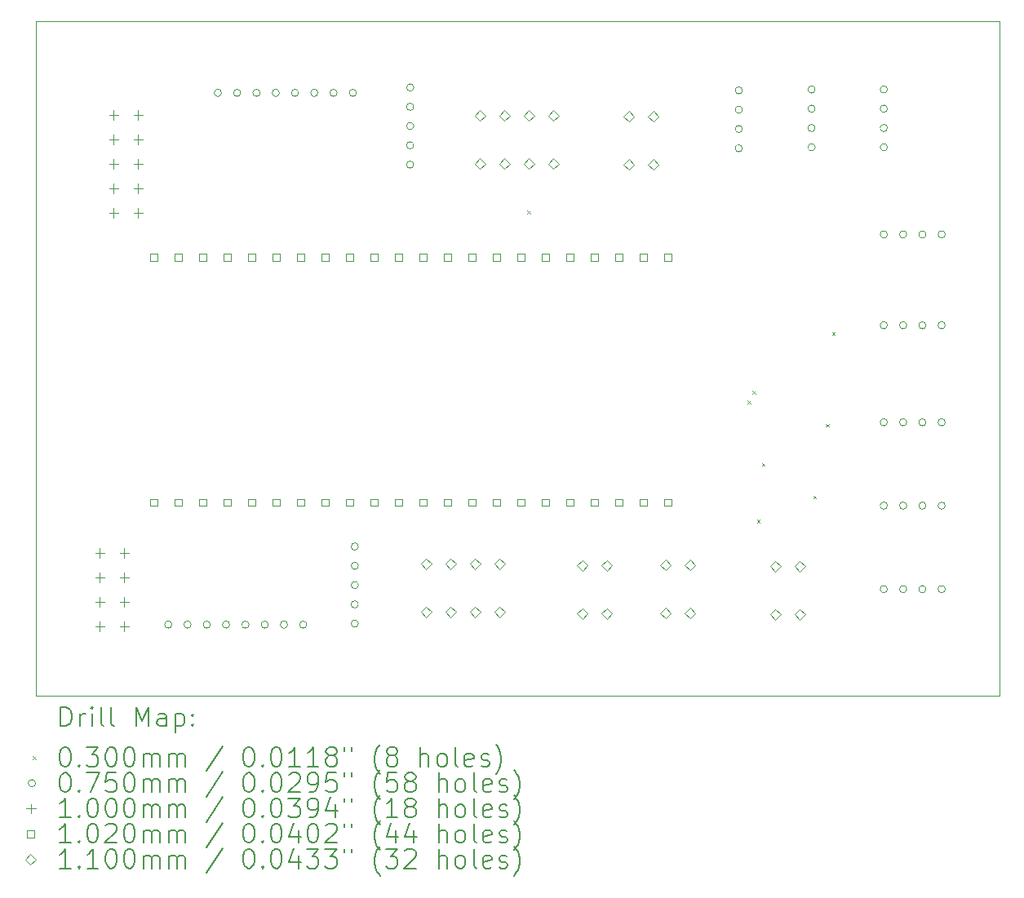
<source format=gbr>
%TF.GenerationSoftware,KiCad,Pcbnew,9.0.0*%
%TF.CreationDate,2025-04-21T23:38:41+01:00*%
%TF.ProjectId,CapyController,43617079-436f-46e7-9472-6f6c6c65722e,rev?*%
%TF.SameCoordinates,Original*%
%TF.FileFunction,Drillmap*%
%TF.FilePolarity,Positive*%
%FSLAX45Y45*%
G04 Gerber Fmt 4.5, Leading zero omitted, Abs format (unit mm)*
G04 Created by KiCad (PCBNEW 9.0.0) date 2025-04-21 23:38:41*
%MOMM*%
%LPD*%
G01*
G04 APERTURE LIST*
%ADD10C,0.050000*%
%ADD11C,0.200000*%
%ADD12C,0.100000*%
%ADD13C,0.102000*%
%ADD14C,0.110000*%
G04 APERTURE END LIST*
D10*
X12550000Y-5950000D02*
X22550000Y-5950000D01*
X22550000Y-12950000D01*
X12550000Y-12950000D01*
X12550000Y-5950000D01*
D11*
D12*
X17649000Y-7915000D02*
X17679000Y-7945000D01*
X17679000Y-7915000D02*
X17649000Y-7945000D01*
X19935000Y-9885000D02*
X19965000Y-9915000D01*
X19965000Y-9885000D02*
X19935000Y-9915000D01*
X19985000Y-9785000D02*
X20015000Y-9815000D01*
X20015000Y-9785000D02*
X19985000Y-9815000D01*
X20035000Y-11120000D02*
X20065000Y-11150000D01*
X20065000Y-11120000D02*
X20035000Y-11150000D01*
X20085000Y-10535000D02*
X20115000Y-10565000D01*
X20115000Y-10535000D02*
X20085000Y-10565000D01*
X20619250Y-10870750D02*
X20649250Y-10900750D01*
X20649250Y-10870750D02*
X20619250Y-10900750D01*
X20747500Y-10127500D02*
X20777500Y-10157500D01*
X20777500Y-10127500D02*
X20747500Y-10157500D01*
X20812500Y-9175000D02*
X20842500Y-9205000D01*
X20842500Y-9175000D02*
X20812500Y-9205000D01*
X13962500Y-12210000D02*
G75*
G02*
X13887500Y-12210000I-37500J0D01*
G01*
X13887500Y-12210000D02*
G75*
G02*
X13962500Y-12210000I37500J0D01*
G01*
X14162500Y-12210000D02*
G75*
G02*
X14087500Y-12210000I-37500J0D01*
G01*
X14087500Y-12210000D02*
G75*
G02*
X14162500Y-12210000I37500J0D01*
G01*
X14362500Y-12210000D02*
G75*
G02*
X14287500Y-12210000I-37500J0D01*
G01*
X14287500Y-12210000D02*
G75*
G02*
X14362500Y-12210000I37500J0D01*
G01*
X14477500Y-6690000D02*
G75*
G02*
X14402500Y-6690000I-37500J0D01*
G01*
X14402500Y-6690000D02*
G75*
G02*
X14477500Y-6690000I37500J0D01*
G01*
X14562500Y-12210000D02*
G75*
G02*
X14487500Y-12210000I-37500J0D01*
G01*
X14487500Y-12210000D02*
G75*
G02*
X14562500Y-12210000I37500J0D01*
G01*
X14677500Y-6690000D02*
G75*
G02*
X14602500Y-6690000I-37500J0D01*
G01*
X14602500Y-6690000D02*
G75*
G02*
X14677500Y-6690000I37500J0D01*
G01*
X14762500Y-12210000D02*
G75*
G02*
X14687500Y-12210000I-37500J0D01*
G01*
X14687500Y-12210000D02*
G75*
G02*
X14762500Y-12210000I37500J0D01*
G01*
X14877500Y-6690000D02*
G75*
G02*
X14802500Y-6690000I-37500J0D01*
G01*
X14802500Y-6690000D02*
G75*
G02*
X14877500Y-6690000I37500J0D01*
G01*
X14962500Y-12210000D02*
G75*
G02*
X14887500Y-12210000I-37500J0D01*
G01*
X14887500Y-12210000D02*
G75*
G02*
X14962500Y-12210000I37500J0D01*
G01*
X15077500Y-6690000D02*
G75*
G02*
X15002500Y-6690000I-37500J0D01*
G01*
X15002500Y-6690000D02*
G75*
G02*
X15077500Y-6690000I37500J0D01*
G01*
X15162500Y-12210000D02*
G75*
G02*
X15087500Y-12210000I-37500J0D01*
G01*
X15087500Y-12210000D02*
G75*
G02*
X15162500Y-12210000I37500J0D01*
G01*
X15277500Y-6690000D02*
G75*
G02*
X15202500Y-6690000I-37500J0D01*
G01*
X15202500Y-6690000D02*
G75*
G02*
X15277500Y-6690000I37500J0D01*
G01*
X15362500Y-12210000D02*
G75*
G02*
X15287500Y-12210000I-37500J0D01*
G01*
X15287500Y-12210000D02*
G75*
G02*
X15362500Y-12210000I37500J0D01*
G01*
X15477500Y-6690000D02*
G75*
G02*
X15402500Y-6690000I-37500J0D01*
G01*
X15402500Y-6690000D02*
G75*
G02*
X15477500Y-6690000I37500J0D01*
G01*
X15677500Y-6690000D02*
G75*
G02*
X15602500Y-6690000I-37500J0D01*
G01*
X15602500Y-6690000D02*
G75*
G02*
X15677500Y-6690000I37500J0D01*
G01*
X15877500Y-6690000D02*
G75*
G02*
X15802500Y-6690000I-37500J0D01*
G01*
X15802500Y-6690000D02*
G75*
G02*
X15877500Y-6690000I37500J0D01*
G01*
X15897500Y-11400000D02*
G75*
G02*
X15822500Y-11400000I-37500J0D01*
G01*
X15822500Y-11400000D02*
G75*
G02*
X15897500Y-11400000I37500J0D01*
G01*
X15897500Y-11600000D02*
G75*
G02*
X15822500Y-11600000I-37500J0D01*
G01*
X15822500Y-11600000D02*
G75*
G02*
X15897500Y-11600000I37500J0D01*
G01*
X15897500Y-11800000D02*
G75*
G02*
X15822500Y-11800000I-37500J0D01*
G01*
X15822500Y-11800000D02*
G75*
G02*
X15897500Y-11800000I37500J0D01*
G01*
X15897500Y-12000000D02*
G75*
G02*
X15822500Y-12000000I-37500J0D01*
G01*
X15822500Y-12000000D02*
G75*
G02*
X15897500Y-12000000I37500J0D01*
G01*
X15897500Y-12200000D02*
G75*
G02*
X15822500Y-12200000I-37500J0D01*
G01*
X15822500Y-12200000D02*
G75*
G02*
X15897500Y-12200000I37500J0D01*
G01*
X16472500Y-6635000D02*
G75*
G02*
X16397500Y-6635000I-37500J0D01*
G01*
X16397500Y-6635000D02*
G75*
G02*
X16472500Y-6635000I37500J0D01*
G01*
X16472500Y-6835000D02*
G75*
G02*
X16397500Y-6835000I-37500J0D01*
G01*
X16397500Y-6835000D02*
G75*
G02*
X16472500Y-6835000I37500J0D01*
G01*
X16472500Y-7035000D02*
G75*
G02*
X16397500Y-7035000I-37500J0D01*
G01*
X16397500Y-7035000D02*
G75*
G02*
X16472500Y-7035000I37500J0D01*
G01*
X16472500Y-7235000D02*
G75*
G02*
X16397500Y-7235000I-37500J0D01*
G01*
X16397500Y-7235000D02*
G75*
G02*
X16472500Y-7235000I37500J0D01*
G01*
X16472500Y-7435000D02*
G75*
G02*
X16397500Y-7435000I-37500J0D01*
G01*
X16397500Y-7435000D02*
G75*
G02*
X16472500Y-7435000I37500J0D01*
G01*
X19882500Y-6665000D02*
G75*
G02*
X19807500Y-6665000I-37500J0D01*
G01*
X19807500Y-6665000D02*
G75*
G02*
X19882500Y-6665000I37500J0D01*
G01*
X19882500Y-6865000D02*
G75*
G02*
X19807500Y-6865000I-37500J0D01*
G01*
X19807500Y-6865000D02*
G75*
G02*
X19882500Y-6865000I37500J0D01*
G01*
X19882500Y-7065000D02*
G75*
G02*
X19807500Y-7065000I-37500J0D01*
G01*
X19807500Y-7065000D02*
G75*
G02*
X19882500Y-7065000I37500J0D01*
G01*
X19882500Y-7265000D02*
G75*
G02*
X19807500Y-7265000I-37500J0D01*
G01*
X19807500Y-7265000D02*
G75*
G02*
X19882500Y-7265000I37500J0D01*
G01*
X20637500Y-6655000D02*
G75*
G02*
X20562500Y-6655000I-37500J0D01*
G01*
X20562500Y-6655000D02*
G75*
G02*
X20637500Y-6655000I37500J0D01*
G01*
X20637500Y-6855000D02*
G75*
G02*
X20562500Y-6855000I-37500J0D01*
G01*
X20562500Y-6855000D02*
G75*
G02*
X20637500Y-6855000I37500J0D01*
G01*
X20637500Y-7055000D02*
G75*
G02*
X20562500Y-7055000I-37500J0D01*
G01*
X20562500Y-7055000D02*
G75*
G02*
X20637500Y-7055000I37500J0D01*
G01*
X20637500Y-7255000D02*
G75*
G02*
X20562500Y-7255000I-37500J0D01*
G01*
X20562500Y-7255000D02*
G75*
G02*
X20637500Y-7255000I37500J0D01*
G01*
X21387500Y-6655000D02*
G75*
G02*
X21312500Y-6655000I-37500J0D01*
G01*
X21312500Y-6655000D02*
G75*
G02*
X21387500Y-6655000I37500J0D01*
G01*
X21387500Y-6855000D02*
G75*
G02*
X21312500Y-6855000I-37500J0D01*
G01*
X21312500Y-6855000D02*
G75*
G02*
X21387500Y-6855000I37500J0D01*
G01*
X21387500Y-7055000D02*
G75*
G02*
X21312500Y-7055000I-37500J0D01*
G01*
X21312500Y-7055000D02*
G75*
G02*
X21387500Y-7055000I37500J0D01*
G01*
X21387500Y-7255000D02*
G75*
G02*
X21312500Y-7255000I-37500J0D01*
G01*
X21312500Y-7255000D02*
G75*
G02*
X21387500Y-7255000I37500J0D01*
G01*
X21387500Y-8160000D02*
G75*
G02*
X21312500Y-8160000I-37500J0D01*
G01*
X21312500Y-8160000D02*
G75*
G02*
X21387500Y-8160000I37500J0D01*
G01*
X21387500Y-9102500D02*
G75*
G02*
X21312500Y-9102500I-37500J0D01*
G01*
X21312500Y-9102500D02*
G75*
G02*
X21387500Y-9102500I37500J0D01*
G01*
X21387500Y-10110000D02*
G75*
G02*
X21312500Y-10110000I-37500J0D01*
G01*
X21312500Y-10110000D02*
G75*
G02*
X21387500Y-10110000I37500J0D01*
G01*
X21387500Y-10975000D02*
G75*
G02*
X21312500Y-10975000I-37500J0D01*
G01*
X21312500Y-10975000D02*
G75*
G02*
X21387500Y-10975000I37500J0D01*
G01*
X21387500Y-11842500D02*
G75*
G02*
X21312500Y-11842500I-37500J0D01*
G01*
X21312500Y-11842500D02*
G75*
G02*
X21387500Y-11842500I37500J0D01*
G01*
X21587500Y-8160000D02*
G75*
G02*
X21512500Y-8160000I-37500J0D01*
G01*
X21512500Y-8160000D02*
G75*
G02*
X21587500Y-8160000I37500J0D01*
G01*
X21587500Y-9102500D02*
G75*
G02*
X21512500Y-9102500I-37500J0D01*
G01*
X21512500Y-9102500D02*
G75*
G02*
X21587500Y-9102500I37500J0D01*
G01*
X21587500Y-10110000D02*
G75*
G02*
X21512500Y-10110000I-37500J0D01*
G01*
X21512500Y-10110000D02*
G75*
G02*
X21587500Y-10110000I37500J0D01*
G01*
X21587500Y-10975000D02*
G75*
G02*
X21512500Y-10975000I-37500J0D01*
G01*
X21512500Y-10975000D02*
G75*
G02*
X21587500Y-10975000I37500J0D01*
G01*
X21587500Y-11842500D02*
G75*
G02*
X21512500Y-11842500I-37500J0D01*
G01*
X21512500Y-11842500D02*
G75*
G02*
X21587500Y-11842500I37500J0D01*
G01*
X21787500Y-8160000D02*
G75*
G02*
X21712500Y-8160000I-37500J0D01*
G01*
X21712500Y-8160000D02*
G75*
G02*
X21787500Y-8160000I37500J0D01*
G01*
X21787500Y-9102500D02*
G75*
G02*
X21712500Y-9102500I-37500J0D01*
G01*
X21712500Y-9102500D02*
G75*
G02*
X21787500Y-9102500I37500J0D01*
G01*
X21787500Y-10110000D02*
G75*
G02*
X21712500Y-10110000I-37500J0D01*
G01*
X21712500Y-10110000D02*
G75*
G02*
X21787500Y-10110000I37500J0D01*
G01*
X21787500Y-10975000D02*
G75*
G02*
X21712500Y-10975000I-37500J0D01*
G01*
X21712500Y-10975000D02*
G75*
G02*
X21787500Y-10975000I37500J0D01*
G01*
X21787500Y-11842500D02*
G75*
G02*
X21712500Y-11842500I-37500J0D01*
G01*
X21712500Y-11842500D02*
G75*
G02*
X21787500Y-11842500I37500J0D01*
G01*
X21987500Y-8160000D02*
G75*
G02*
X21912500Y-8160000I-37500J0D01*
G01*
X21912500Y-8160000D02*
G75*
G02*
X21987500Y-8160000I37500J0D01*
G01*
X21987500Y-9102500D02*
G75*
G02*
X21912500Y-9102500I-37500J0D01*
G01*
X21912500Y-9102500D02*
G75*
G02*
X21987500Y-9102500I37500J0D01*
G01*
X21987500Y-10110000D02*
G75*
G02*
X21912500Y-10110000I-37500J0D01*
G01*
X21912500Y-10110000D02*
G75*
G02*
X21987500Y-10110000I37500J0D01*
G01*
X21987500Y-10975000D02*
G75*
G02*
X21912500Y-10975000I-37500J0D01*
G01*
X21912500Y-10975000D02*
G75*
G02*
X21987500Y-10975000I37500J0D01*
G01*
X21987500Y-11842500D02*
G75*
G02*
X21912500Y-11842500I-37500J0D01*
G01*
X21912500Y-11842500D02*
G75*
G02*
X21987500Y-11842500I37500J0D01*
G01*
X13216000Y-11420000D02*
X13216000Y-11520000D01*
X13166000Y-11470000D02*
X13266000Y-11470000D01*
X13216000Y-11674000D02*
X13216000Y-11774000D01*
X13166000Y-11724000D02*
X13266000Y-11724000D01*
X13216000Y-11928000D02*
X13216000Y-12028000D01*
X13166000Y-11978000D02*
X13266000Y-11978000D01*
X13216000Y-12182000D02*
X13216000Y-12282000D01*
X13166000Y-12232000D02*
X13266000Y-12232000D01*
X13360000Y-6869000D02*
X13360000Y-6969000D01*
X13310000Y-6919000D02*
X13410000Y-6919000D01*
X13360000Y-7123000D02*
X13360000Y-7223000D01*
X13310000Y-7173000D02*
X13410000Y-7173000D01*
X13360000Y-7377000D02*
X13360000Y-7477000D01*
X13310000Y-7427000D02*
X13410000Y-7427000D01*
X13360000Y-7631000D02*
X13360000Y-7731000D01*
X13310000Y-7681000D02*
X13410000Y-7681000D01*
X13360000Y-7885000D02*
X13360000Y-7985000D01*
X13310000Y-7935000D02*
X13410000Y-7935000D01*
X13470000Y-11420000D02*
X13470000Y-11520000D01*
X13420000Y-11470000D02*
X13520000Y-11470000D01*
X13470000Y-11674000D02*
X13470000Y-11774000D01*
X13420000Y-11724000D02*
X13520000Y-11724000D01*
X13470000Y-11928000D02*
X13470000Y-12028000D01*
X13420000Y-11978000D02*
X13520000Y-11978000D01*
X13470000Y-12182000D02*
X13470000Y-12282000D01*
X13420000Y-12232000D02*
X13520000Y-12232000D01*
X13614000Y-6869000D02*
X13614000Y-6969000D01*
X13564000Y-6919000D02*
X13664000Y-6919000D01*
X13614000Y-7123000D02*
X13614000Y-7223000D01*
X13564000Y-7173000D02*
X13664000Y-7173000D01*
X13614000Y-7377000D02*
X13614000Y-7477000D01*
X13564000Y-7427000D02*
X13664000Y-7427000D01*
X13614000Y-7631000D02*
X13614000Y-7731000D01*
X13564000Y-7681000D02*
X13664000Y-7681000D01*
X13614000Y-7885000D02*
X13614000Y-7985000D01*
X13564000Y-7935000D02*
X13664000Y-7935000D01*
D13*
X13812563Y-8435563D02*
X13812563Y-8363437D01*
X13740437Y-8363437D01*
X13740437Y-8435563D01*
X13812563Y-8435563D01*
X13812563Y-10976563D02*
X13812563Y-10904437D01*
X13740437Y-10904437D01*
X13740437Y-10976563D01*
X13812563Y-10976563D01*
X14066563Y-8435563D02*
X14066563Y-8363437D01*
X13994437Y-8363437D01*
X13994437Y-8435563D01*
X14066563Y-8435563D01*
X14066563Y-10976563D02*
X14066563Y-10904437D01*
X13994437Y-10904437D01*
X13994437Y-10976563D01*
X14066563Y-10976563D01*
X14320563Y-8435563D02*
X14320563Y-8363437D01*
X14248437Y-8363437D01*
X14248437Y-8435563D01*
X14320563Y-8435563D01*
X14320563Y-10976563D02*
X14320563Y-10904437D01*
X14248437Y-10904437D01*
X14248437Y-10976563D01*
X14320563Y-10976563D01*
X14574563Y-8435563D02*
X14574563Y-8363437D01*
X14502437Y-8363437D01*
X14502437Y-8435563D01*
X14574563Y-8435563D01*
X14574563Y-10976563D02*
X14574563Y-10904437D01*
X14502437Y-10904437D01*
X14502437Y-10976563D01*
X14574563Y-10976563D01*
X14828563Y-8435563D02*
X14828563Y-8363437D01*
X14756437Y-8363437D01*
X14756437Y-8435563D01*
X14828563Y-8435563D01*
X14828563Y-10976563D02*
X14828563Y-10904437D01*
X14756437Y-10904437D01*
X14756437Y-10976563D01*
X14828563Y-10976563D01*
X15082563Y-8435563D02*
X15082563Y-8363437D01*
X15010437Y-8363437D01*
X15010437Y-8435563D01*
X15082563Y-8435563D01*
X15082563Y-10976563D02*
X15082563Y-10904437D01*
X15010437Y-10904437D01*
X15010437Y-10976563D01*
X15082563Y-10976563D01*
X15336563Y-8435563D02*
X15336563Y-8363437D01*
X15264437Y-8363437D01*
X15264437Y-8435563D01*
X15336563Y-8435563D01*
X15336563Y-10976563D02*
X15336563Y-10904437D01*
X15264437Y-10904437D01*
X15264437Y-10976563D01*
X15336563Y-10976563D01*
X15590563Y-8435563D02*
X15590563Y-8363437D01*
X15518437Y-8363437D01*
X15518437Y-8435563D01*
X15590563Y-8435563D01*
X15590563Y-10976563D02*
X15590563Y-10904437D01*
X15518437Y-10904437D01*
X15518437Y-10976563D01*
X15590563Y-10976563D01*
X15844563Y-8435563D02*
X15844563Y-8363437D01*
X15772437Y-8363437D01*
X15772437Y-8435563D01*
X15844563Y-8435563D01*
X15844563Y-10976563D02*
X15844563Y-10904437D01*
X15772437Y-10904437D01*
X15772437Y-10976563D01*
X15844563Y-10976563D01*
X16098563Y-8435563D02*
X16098563Y-8363437D01*
X16026437Y-8363437D01*
X16026437Y-8435563D01*
X16098563Y-8435563D01*
X16098563Y-10976563D02*
X16098563Y-10904437D01*
X16026437Y-10904437D01*
X16026437Y-10976563D01*
X16098563Y-10976563D01*
X16352563Y-8435563D02*
X16352563Y-8363437D01*
X16280437Y-8363437D01*
X16280437Y-8435563D01*
X16352563Y-8435563D01*
X16352563Y-10976563D02*
X16352563Y-10904437D01*
X16280437Y-10904437D01*
X16280437Y-10976563D01*
X16352563Y-10976563D01*
X16606563Y-8435563D02*
X16606563Y-8363437D01*
X16534437Y-8363437D01*
X16534437Y-8435563D01*
X16606563Y-8435563D01*
X16606563Y-10976563D02*
X16606563Y-10904437D01*
X16534437Y-10904437D01*
X16534437Y-10976563D01*
X16606563Y-10976563D01*
X16860563Y-8435563D02*
X16860563Y-8363437D01*
X16788437Y-8363437D01*
X16788437Y-8435563D01*
X16860563Y-8435563D01*
X16860563Y-10976563D02*
X16860563Y-10904437D01*
X16788437Y-10904437D01*
X16788437Y-10976563D01*
X16860563Y-10976563D01*
X17114563Y-8435563D02*
X17114563Y-8363437D01*
X17042437Y-8363437D01*
X17042437Y-8435563D01*
X17114563Y-8435563D01*
X17114563Y-10976563D02*
X17114563Y-10904437D01*
X17042437Y-10904437D01*
X17042437Y-10976563D01*
X17114563Y-10976563D01*
X17368563Y-8435563D02*
X17368563Y-8363437D01*
X17296437Y-8363437D01*
X17296437Y-8435563D01*
X17368563Y-8435563D01*
X17368563Y-10976563D02*
X17368563Y-10904437D01*
X17296437Y-10904437D01*
X17296437Y-10976563D01*
X17368563Y-10976563D01*
X17622563Y-8435563D02*
X17622563Y-8363437D01*
X17550437Y-8363437D01*
X17550437Y-8435563D01*
X17622563Y-8435563D01*
X17622563Y-10976563D02*
X17622563Y-10904437D01*
X17550437Y-10904437D01*
X17550437Y-10976563D01*
X17622563Y-10976563D01*
X17876563Y-8435563D02*
X17876563Y-8363437D01*
X17804437Y-8363437D01*
X17804437Y-8435563D01*
X17876563Y-8435563D01*
X17876563Y-10976563D02*
X17876563Y-10904437D01*
X17804437Y-10904437D01*
X17804437Y-10976563D01*
X17876563Y-10976563D01*
X18130563Y-8435563D02*
X18130563Y-8363437D01*
X18058437Y-8363437D01*
X18058437Y-8435563D01*
X18130563Y-8435563D01*
X18130563Y-10976563D02*
X18130563Y-10904437D01*
X18058437Y-10904437D01*
X18058437Y-10976563D01*
X18130563Y-10976563D01*
X18384563Y-8435563D02*
X18384563Y-8363437D01*
X18312437Y-8363437D01*
X18312437Y-8435563D01*
X18384563Y-8435563D01*
X18384563Y-10976563D02*
X18384563Y-10904437D01*
X18312437Y-10904437D01*
X18312437Y-10976563D01*
X18384563Y-10976563D01*
X18638563Y-8435563D02*
X18638563Y-8363437D01*
X18566437Y-8363437D01*
X18566437Y-8435563D01*
X18638563Y-8435563D01*
X18638563Y-10976563D02*
X18638563Y-10904437D01*
X18566437Y-10904437D01*
X18566437Y-10976563D01*
X18638563Y-10976563D01*
X18892563Y-8435563D02*
X18892563Y-8363437D01*
X18820437Y-8363437D01*
X18820437Y-8435563D01*
X18892563Y-8435563D01*
X18892563Y-10976563D02*
X18892563Y-10904437D01*
X18820437Y-10904437D01*
X18820437Y-10976563D01*
X18892563Y-10976563D01*
X19146563Y-8435563D02*
X19146563Y-8363437D01*
X19074437Y-8363437D01*
X19074437Y-8435563D01*
X19146563Y-8435563D01*
X19146563Y-10976563D02*
X19146563Y-10904437D01*
X19074437Y-10904437D01*
X19074437Y-10976563D01*
X19146563Y-10976563D01*
D14*
X16600000Y-11635000D02*
X16655000Y-11580000D01*
X16600000Y-11525000D01*
X16545000Y-11580000D01*
X16600000Y-11635000D01*
X16600000Y-12135000D02*
X16655000Y-12080000D01*
X16600000Y-12025000D01*
X16545000Y-12080000D01*
X16600000Y-12135000D01*
X16854000Y-11635000D02*
X16909000Y-11580000D01*
X16854000Y-11525000D01*
X16799000Y-11580000D01*
X16854000Y-11635000D01*
X16854000Y-12135000D02*
X16909000Y-12080000D01*
X16854000Y-12025000D01*
X16799000Y-12080000D01*
X16854000Y-12135000D01*
X17108000Y-11635000D02*
X17163000Y-11580000D01*
X17108000Y-11525000D01*
X17053000Y-11580000D01*
X17108000Y-11635000D01*
X17108000Y-12135000D02*
X17163000Y-12080000D01*
X17108000Y-12025000D01*
X17053000Y-12080000D01*
X17108000Y-12135000D01*
X17158000Y-6980000D02*
X17213000Y-6925000D01*
X17158000Y-6870000D01*
X17103000Y-6925000D01*
X17158000Y-6980000D01*
X17158000Y-7480000D02*
X17213000Y-7425000D01*
X17158000Y-7370000D01*
X17103000Y-7425000D01*
X17158000Y-7480000D01*
X17362000Y-11635000D02*
X17417000Y-11580000D01*
X17362000Y-11525000D01*
X17307000Y-11580000D01*
X17362000Y-11635000D01*
X17362000Y-12135000D02*
X17417000Y-12080000D01*
X17362000Y-12025000D01*
X17307000Y-12080000D01*
X17362000Y-12135000D01*
X17412000Y-6980000D02*
X17467000Y-6925000D01*
X17412000Y-6870000D01*
X17357000Y-6925000D01*
X17412000Y-6980000D01*
X17412000Y-7480000D02*
X17467000Y-7425000D01*
X17412000Y-7370000D01*
X17357000Y-7425000D01*
X17412000Y-7480000D01*
X17666000Y-6980000D02*
X17721000Y-6925000D01*
X17666000Y-6870000D01*
X17611000Y-6925000D01*
X17666000Y-6980000D01*
X17666000Y-7480000D02*
X17721000Y-7425000D01*
X17666000Y-7370000D01*
X17611000Y-7425000D01*
X17666000Y-7480000D01*
X17920000Y-6980000D02*
X17975000Y-6925000D01*
X17920000Y-6870000D01*
X17865000Y-6925000D01*
X17920000Y-6980000D01*
X17920000Y-7480000D02*
X17975000Y-7425000D01*
X17920000Y-7370000D01*
X17865000Y-7425000D01*
X17920000Y-7480000D01*
X18221000Y-11650000D02*
X18276000Y-11595000D01*
X18221000Y-11540000D01*
X18166000Y-11595000D01*
X18221000Y-11650000D01*
X18221000Y-12150000D02*
X18276000Y-12095000D01*
X18221000Y-12040000D01*
X18166000Y-12095000D01*
X18221000Y-12150000D01*
X18475000Y-11650000D02*
X18530000Y-11595000D01*
X18475000Y-11540000D01*
X18420000Y-11595000D01*
X18475000Y-11650000D01*
X18475000Y-12150000D02*
X18530000Y-12095000D01*
X18475000Y-12040000D01*
X18420000Y-12095000D01*
X18475000Y-12150000D01*
X18706000Y-6990000D02*
X18761000Y-6935000D01*
X18706000Y-6880000D01*
X18651000Y-6935000D01*
X18706000Y-6990000D01*
X18706000Y-7490000D02*
X18761000Y-7435000D01*
X18706000Y-7380000D01*
X18651000Y-7435000D01*
X18706000Y-7490000D01*
X18960000Y-6990000D02*
X19015000Y-6935000D01*
X18960000Y-6880000D01*
X18905000Y-6935000D01*
X18960000Y-6990000D01*
X18960000Y-7490000D02*
X19015000Y-7435000D01*
X18960000Y-7380000D01*
X18905000Y-7435000D01*
X18960000Y-7490000D01*
X19086000Y-11645000D02*
X19141000Y-11590000D01*
X19086000Y-11535000D01*
X19031000Y-11590000D01*
X19086000Y-11645000D01*
X19086000Y-12145000D02*
X19141000Y-12090000D01*
X19086000Y-12035000D01*
X19031000Y-12090000D01*
X19086000Y-12145000D01*
X19340000Y-11645000D02*
X19395000Y-11590000D01*
X19340000Y-11535000D01*
X19285000Y-11590000D01*
X19340000Y-11645000D01*
X19340000Y-12145000D02*
X19395000Y-12090000D01*
X19340000Y-12035000D01*
X19285000Y-12090000D01*
X19340000Y-12145000D01*
X20225000Y-11660000D02*
X20280000Y-11605000D01*
X20225000Y-11550000D01*
X20170000Y-11605000D01*
X20225000Y-11660000D01*
X20225000Y-12160000D02*
X20280000Y-12105000D01*
X20225000Y-12050000D01*
X20170000Y-12105000D01*
X20225000Y-12160000D01*
X20479000Y-11660000D02*
X20534000Y-11605000D01*
X20479000Y-11550000D01*
X20424000Y-11605000D01*
X20479000Y-11660000D01*
X20479000Y-12160000D02*
X20534000Y-12105000D01*
X20479000Y-12050000D01*
X20424000Y-12105000D01*
X20479000Y-12160000D01*
D11*
X12808277Y-13263984D02*
X12808277Y-13063984D01*
X12808277Y-13063984D02*
X12855896Y-13063984D01*
X12855896Y-13063984D02*
X12884467Y-13073508D01*
X12884467Y-13073508D02*
X12903515Y-13092555D01*
X12903515Y-13092555D02*
X12913039Y-13111603D01*
X12913039Y-13111603D02*
X12922562Y-13149698D01*
X12922562Y-13149698D02*
X12922562Y-13178269D01*
X12922562Y-13178269D02*
X12913039Y-13216365D01*
X12913039Y-13216365D02*
X12903515Y-13235412D01*
X12903515Y-13235412D02*
X12884467Y-13254460D01*
X12884467Y-13254460D02*
X12855896Y-13263984D01*
X12855896Y-13263984D02*
X12808277Y-13263984D01*
X13008277Y-13263984D02*
X13008277Y-13130650D01*
X13008277Y-13168746D02*
X13017801Y-13149698D01*
X13017801Y-13149698D02*
X13027324Y-13140174D01*
X13027324Y-13140174D02*
X13046372Y-13130650D01*
X13046372Y-13130650D02*
X13065420Y-13130650D01*
X13132086Y-13263984D02*
X13132086Y-13130650D01*
X13132086Y-13063984D02*
X13122562Y-13073508D01*
X13122562Y-13073508D02*
X13132086Y-13083031D01*
X13132086Y-13083031D02*
X13141610Y-13073508D01*
X13141610Y-13073508D02*
X13132086Y-13063984D01*
X13132086Y-13063984D02*
X13132086Y-13083031D01*
X13255896Y-13263984D02*
X13236848Y-13254460D01*
X13236848Y-13254460D02*
X13227324Y-13235412D01*
X13227324Y-13235412D02*
X13227324Y-13063984D01*
X13360658Y-13263984D02*
X13341610Y-13254460D01*
X13341610Y-13254460D02*
X13332086Y-13235412D01*
X13332086Y-13235412D02*
X13332086Y-13063984D01*
X13589229Y-13263984D02*
X13589229Y-13063984D01*
X13589229Y-13063984D02*
X13655896Y-13206841D01*
X13655896Y-13206841D02*
X13722562Y-13063984D01*
X13722562Y-13063984D02*
X13722562Y-13263984D01*
X13903515Y-13263984D02*
X13903515Y-13159222D01*
X13903515Y-13159222D02*
X13893991Y-13140174D01*
X13893991Y-13140174D02*
X13874943Y-13130650D01*
X13874943Y-13130650D02*
X13836848Y-13130650D01*
X13836848Y-13130650D02*
X13817801Y-13140174D01*
X13903515Y-13254460D02*
X13884467Y-13263984D01*
X13884467Y-13263984D02*
X13836848Y-13263984D01*
X13836848Y-13263984D02*
X13817801Y-13254460D01*
X13817801Y-13254460D02*
X13808277Y-13235412D01*
X13808277Y-13235412D02*
X13808277Y-13216365D01*
X13808277Y-13216365D02*
X13817801Y-13197317D01*
X13817801Y-13197317D02*
X13836848Y-13187793D01*
X13836848Y-13187793D02*
X13884467Y-13187793D01*
X13884467Y-13187793D02*
X13903515Y-13178269D01*
X13998753Y-13130650D02*
X13998753Y-13330650D01*
X13998753Y-13140174D02*
X14017801Y-13130650D01*
X14017801Y-13130650D02*
X14055896Y-13130650D01*
X14055896Y-13130650D02*
X14074943Y-13140174D01*
X14074943Y-13140174D02*
X14084467Y-13149698D01*
X14084467Y-13149698D02*
X14093991Y-13168746D01*
X14093991Y-13168746D02*
X14093991Y-13225888D01*
X14093991Y-13225888D02*
X14084467Y-13244936D01*
X14084467Y-13244936D02*
X14074943Y-13254460D01*
X14074943Y-13254460D02*
X14055896Y-13263984D01*
X14055896Y-13263984D02*
X14017801Y-13263984D01*
X14017801Y-13263984D02*
X13998753Y-13254460D01*
X14179705Y-13244936D02*
X14189229Y-13254460D01*
X14189229Y-13254460D02*
X14179705Y-13263984D01*
X14179705Y-13263984D02*
X14170182Y-13254460D01*
X14170182Y-13254460D02*
X14179705Y-13244936D01*
X14179705Y-13244936D02*
X14179705Y-13263984D01*
X14179705Y-13140174D02*
X14189229Y-13149698D01*
X14189229Y-13149698D02*
X14179705Y-13159222D01*
X14179705Y-13159222D02*
X14170182Y-13149698D01*
X14170182Y-13149698D02*
X14179705Y-13140174D01*
X14179705Y-13140174D02*
X14179705Y-13159222D01*
D12*
X12517500Y-13577500D02*
X12547500Y-13607500D01*
X12547500Y-13577500D02*
X12517500Y-13607500D01*
D11*
X12846372Y-13483984D02*
X12865420Y-13483984D01*
X12865420Y-13483984D02*
X12884467Y-13493508D01*
X12884467Y-13493508D02*
X12893991Y-13503031D01*
X12893991Y-13503031D02*
X12903515Y-13522079D01*
X12903515Y-13522079D02*
X12913039Y-13560174D01*
X12913039Y-13560174D02*
X12913039Y-13607793D01*
X12913039Y-13607793D02*
X12903515Y-13645888D01*
X12903515Y-13645888D02*
X12893991Y-13664936D01*
X12893991Y-13664936D02*
X12884467Y-13674460D01*
X12884467Y-13674460D02*
X12865420Y-13683984D01*
X12865420Y-13683984D02*
X12846372Y-13683984D01*
X12846372Y-13683984D02*
X12827324Y-13674460D01*
X12827324Y-13674460D02*
X12817801Y-13664936D01*
X12817801Y-13664936D02*
X12808277Y-13645888D01*
X12808277Y-13645888D02*
X12798753Y-13607793D01*
X12798753Y-13607793D02*
X12798753Y-13560174D01*
X12798753Y-13560174D02*
X12808277Y-13522079D01*
X12808277Y-13522079D02*
X12817801Y-13503031D01*
X12817801Y-13503031D02*
X12827324Y-13493508D01*
X12827324Y-13493508D02*
X12846372Y-13483984D01*
X12998753Y-13664936D02*
X13008277Y-13674460D01*
X13008277Y-13674460D02*
X12998753Y-13683984D01*
X12998753Y-13683984D02*
X12989229Y-13674460D01*
X12989229Y-13674460D02*
X12998753Y-13664936D01*
X12998753Y-13664936D02*
X12998753Y-13683984D01*
X13074943Y-13483984D02*
X13198753Y-13483984D01*
X13198753Y-13483984D02*
X13132086Y-13560174D01*
X13132086Y-13560174D02*
X13160658Y-13560174D01*
X13160658Y-13560174D02*
X13179705Y-13569698D01*
X13179705Y-13569698D02*
X13189229Y-13579222D01*
X13189229Y-13579222D02*
X13198753Y-13598269D01*
X13198753Y-13598269D02*
X13198753Y-13645888D01*
X13198753Y-13645888D02*
X13189229Y-13664936D01*
X13189229Y-13664936D02*
X13179705Y-13674460D01*
X13179705Y-13674460D02*
X13160658Y-13683984D01*
X13160658Y-13683984D02*
X13103515Y-13683984D01*
X13103515Y-13683984D02*
X13084467Y-13674460D01*
X13084467Y-13674460D02*
X13074943Y-13664936D01*
X13322562Y-13483984D02*
X13341610Y-13483984D01*
X13341610Y-13483984D02*
X13360658Y-13493508D01*
X13360658Y-13493508D02*
X13370182Y-13503031D01*
X13370182Y-13503031D02*
X13379705Y-13522079D01*
X13379705Y-13522079D02*
X13389229Y-13560174D01*
X13389229Y-13560174D02*
X13389229Y-13607793D01*
X13389229Y-13607793D02*
X13379705Y-13645888D01*
X13379705Y-13645888D02*
X13370182Y-13664936D01*
X13370182Y-13664936D02*
X13360658Y-13674460D01*
X13360658Y-13674460D02*
X13341610Y-13683984D01*
X13341610Y-13683984D02*
X13322562Y-13683984D01*
X13322562Y-13683984D02*
X13303515Y-13674460D01*
X13303515Y-13674460D02*
X13293991Y-13664936D01*
X13293991Y-13664936D02*
X13284467Y-13645888D01*
X13284467Y-13645888D02*
X13274943Y-13607793D01*
X13274943Y-13607793D02*
X13274943Y-13560174D01*
X13274943Y-13560174D02*
X13284467Y-13522079D01*
X13284467Y-13522079D02*
X13293991Y-13503031D01*
X13293991Y-13503031D02*
X13303515Y-13493508D01*
X13303515Y-13493508D02*
X13322562Y-13483984D01*
X13513039Y-13483984D02*
X13532086Y-13483984D01*
X13532086Y-13483984D02*
X13551134Y-13493508D01*
X13551134Y-13493508D02*
X13560658Y-13503031D01*
X13560658Y-13503031D02*
X13570182Y-13522079D01*
X13570182Y-13522079D02*
X13579705Y-13560174D01*
X13579705Y-13560174D02*
X13579705Y-13607793D01*
X13579705Y-13607793D02*
X13570182Y-13645888D01*
X13570182Y-13645888D02*
X13560658Y-13664936D01*
X13560658Y-13664936D02*
X13551134Y-13674460D01*
X13551134Y-13674460D02*
X13532086Y-13683984D01*
X13532086Y-13683984D02*
X13513039Y-13683984D01*
X13513039Y-13683984D02*
X13493991Y-13674460D01*
X13493991Y-13674460D02*
X13484467Y-13664936D01*
X13484467Y-13664936D02*
X13474943Y-13645888D01*
X13474943Y-13645888D02*
X13465420Y-13607793D01*
X13465420Y-13607793D02*
X13465420Y-13560174D01*
X13465420Y-13560174D02*
X13474943Y-13522079D01*
X13474943Y-13522079D02*
X13484467Y-13503031D01*
X13484467Y-13503031D02*
X13493991Y-13493508D01*
X13493991Y-13493508D02*
X13513039Y-13483984D01*
X13665420Y-13683984D02*
X13665420Y-13550650D01*
X13665420Y-13569698D02*
X13674943Y-13560174D01*
X13674943Y-13560174D02*
X13693991Y-13550650D01*
X13693991Y-13550650D02*
X13722563Y-13550650D01*
X13722563Y-13550650D02*
X13741610Y-13560174D01*
X13741610Y-13560174D02*
X13751134Y-13579222D01*
X13751134Y-13579222D02*
X13751134Y-13683984D01*
X13751134Y-13579222D02*
X13760658Y-13560174D01*
X13760658Y-13560174D02*
X13779705Y-13550650D01*
X13779705Y-13550650D02*
X13808277Y-13550650D01*
X13808277Y-13550650D02*
X13827324Y-13560174D01*
X13827324Y-13560174D02*
X13836848Y-13579222D01*
X13836848Y-13579222D02*
X13836848Y-13683984D01*
X13932086Y-13683984D02*
X13932086Y-13550650D01*
X13932086Y-13569698D02*
X13941610Y-13560174D01*
X13941610Y-13560174D02*
X13960658Y-13550650D01*
X13960658Y-13550650D02*
X13989229Y-13550650D01*
X13989229Y-13550650D02*
X14008277Y-13560174D01*
X14008277Y-13560174D02*
X14017801Y-13579222D01*
X14017801Y-13579222D02*
X14017801Y-13683984D01*
X14017801Y-13579222D02*
X14027324Y-13560174D01*
X14027324Y-13560174D02*
X14046372Y-13550650D01*
X14046372Y-13550650D02*
X14074943Y-13550650D01*
X14074943Y-13550650D02*
X14093991Y-13560174D01*
X14093991Y-13560174D02*
X14103515Y-13579222D01*
X14103515Y-13579222D02*
X14103515Y-13683984D01*
X14493991Y-13474460D02*
X14322563Y-13731603D01*
X14751134Y-13483984D02*
X14770182Y-13483984D01*
X14770182Y-13483984D02*
X14789229Y-13493508D01*
X14789229Y-13493508D02*
X14798753Y-13503031D01*
X14798753Y-13503031D02*
X14808277Y-13522079D01*
X14808277Y-13522079D02*
X14817801Y-13560174D01*
X14817801Y-13560174D02*
X14817801Y-13607793D01*
X14817801Y-13607793D02*
X14808277Y-13645888D01*
X14808277Y-13645888D02*
X14798753Y-13664936D01*
X14798753Y-13664936D02*
X14789229Y-13674460D01*
X14789229Y-13674460D02*
X14770182Y-13683984D01*
X14770182Y-13683984D02*
X14751134Y-13683984D01*
X14751134Y-13683984D02*
X14732086Y-13674460D01*
X14732086Y-13674460D02*
X14722563Y-13664936D01*
X14722563Y-13664936D02*
X14713039Y-13645888D01*
X14713039Y-13645888D02*
X14703515Y-13607793D01*
X14703515Y-13607793D02*
X14703515Y-13560174D01*
X14703515Y-13560174D02*
X14713039Y-13522079D01*
X14713039Y-13522079D02*
X14722563Y-13503031D01*
X14722563Y-13503031D02*
X14732086Y-13493508D01*
X14732086Y-13493508D02*
X14751134Y-13483984D01*
X14903515Y-13664936D02*
X14913039Y-13674460D01*
X14913039Y-13674460D02*
X14903515Y-13683984D01*
X14903515Y-13683984D02*
X14893991Y-13674460D01*
X14893991Y-13674460D02*
X14903515Y-13664936D01*
X14903515Y-13664936D02*
X14903515Y-13683984D01*
X15036848Y-13483984D02*
X15055896Y-13483984D01*
X15055896Y-13483984D02*
X15074944Y-13493508D01*
X15074944Y-13493508D02*
X15084467Y-13503031D01*
X15084467Y-13503031D02*
X15093991Y-13522079D01*
X15093991Y-13522079D02*
X15103515Y-13560174D01*
X15103515Y-13560174D02*
X15103515Y-13607793D01*
X15103515Y-13607793D02*
X15093991Y-13645888D01*
X15093991Y-13645888D02*
X15084467Y-13664936D01*
X15084467Y-13664936D02*
X15074944Y-13674460D01*
X15074944Y-13674460D02*
X15055896Y-13683984D01*
X15055896Y-13683984D02*
X15036848Y-13683984D01*
X15036848Y-13683984D02*
X15017801Y-13674460D01*
X15017801Y-13674460D02*
X15008277Y-13664936D01*
X15008277Y-13664936D02*
X14998753Y-13645888D01*
X14998753Y-13645888D02*
X14989229Y-13607793D01*
X14989229Y-13607793D02*
X14989229Y-13560174D01*
X14989229Y-13560174D02*
X14998753Y-13522079D01*
X14998753Y-13522079D02*
X15008277Y-13503031D01*
X15008277Y-13503031D02*
X15017801Y-13493508D01*
X15017801Y-13493508D02*
X15036848Y-13483984D01*
X15293991Y-13683984D02*
X15179706Y-13683984D01*
X15236848Y-13683984D02*
X15236848Y-13483984D01*
X15236848Y-13483984D02*
X15217801Y-13512555D01*
X15217801Y-13512555D02*
X15198753Y-13531603D01*
X15198753Y-13531603D02*
X15179706Y-13541127D01*
X15484467Y-13683984D02*
X15370182Y-13683984D01*
X15427325Y-13683984D02*
X15427325Y-13483984D01*
X15427325Y-13483984D02*
X15408277Y-13512555D01*
X15408277Y-13512555D02*
X15389229Y-13531603D01*
X15389229Y-13531603D02*
X15370182Y-13541127D01*
X15598753Y-13569698D02*
X15579706Y-13560174D01*
X15579706Y-13560174D02*
X15570182Y-13550650D01*
X15570182Y-13550650D02*
X15560658Y-13531603D01*
X15560658Y-13531603D02*
X15560658Y-13522079D01*
X15560658Y-13522079D02*
X15570182Y-13503031D01*
X15570182Y-13503031D02*
X15579706Y-13493508D01*
X15579706Y-13493508D02*
X15598753Y-13483984D01*
X15598753Y-13483984D02*
X15636848Y-13483984D01*
X15636848Y-13483984D02*
X15655896Y-13493508D01*
X15655896Y-13493508D02*
X15665420Y-13503031D01*
X15665420Y-13503031D02*
X15674944Y-13522079D01*
X15674944Y-13522079D02*
X15674944Y-13531603D01*
X15674944Y-13531603D02*
X15665420Y-13550650D01*
X15665420Y-13550650D02*
X15655896Y-13560174D01*
X15655896Y-13560174D02*
X15636848Y-13569698D01*
X15636848Y-13569698D02*
X15598753Y-13569698D01*
X15598753Y-13569698D02*
X15579706Y-13579222D01*
X15579706Y-13579222D02*
X15570182Y-13588746D01*
X15570182Y-13588746D02*
X15560658Y-13607793D01*
X15560658Y-13607793D02*
X15560658Y-13645888D01*
X15560658Y-13645888D02*
X15570182Y-13664936D01*
X15570182Y-13664936D02*
X15579706Y-13674460D01*
X15579706Y-13674460D02*
X15598753Y-13683984D01*
X15598753Y-13683984D02*
X15636848Y-13683984D01*
X15636848Y-13683984D02*
X15655896Y-13674460D01*
X15655896Y-13674460D02*
X15665420Y-13664936D01*
X15665420Y-13664936D02*
X15674944Y-13645888D01*
X15674944Y-13645888D02*
X15674944Y-13607793D01*
X15674944Y-13607793D02*
X15665420Y-13588746D01*
X15665420Y-13588746D02*
X15655896Y-13579222D01*
X15655896Y-13579222D02*
X15636848Y-13569698D01*
X15751134Y-13483984D02*
X15751134Y-13522079D01*
X15827325Y-13483984D02*
X15827325Y-13522079D01*
X16122563Y-13760174D02*
X16113039Y-13750650D01*
X16113039Y-13750650D02*
X16093991Y-13722079D01*
X16093991Y-13722079D02*
X16084468Y-13703031D01*
X16084468Y-13703031D02*
X16074944Y-13674460D01*
X16074944Y-13674460D02*
X16065420Y-13626841D01*
X16065420Y-13626841D02*
X16065420Y-13588746D01*
X16065420Y-13588746D02*
X16074944Y-13541127D01*
X16074944Y-13541127D02*
X16084468Y-13512555D01*
X16084468Y-13512555D02*
X16093991Y-13493508D01*
X16093991Y-13493508D02*
X16113039Y-13464936D01*
X16113039Y-13464936D02*
X16122563Y-13455412D01*
X16227325Y-13569698D02*
X16208277Y-13560174D01*
X16208277Y-13560174D02*
X16198753Y-13550650D01*
X16198753Y-13550650D02*
X16189229Y-13531603D01*
X16189229Y-13531603D02*
X16189229Y-13522079D01*
X16189229Y-13522079D02*
X16198753Y-13503031D01*
X16198753Y-13503031D02*
X16208277Y-13493508D01*
X16208277Y-13493508D02*
X16227325Y-13483984D01*
X16227325Y-13483984D02*
X16265420Y-13483984D01*
X16265420Y-13483984D02*
X16284468Y-13493508D01*
X16284468Y-13493508D02*
X16293991Y-13503031D01*
X16293991Y-13503031D02*
X16303515Y-13522079D01*
X16303515Y-13522079D02*
X16303515Y-13531603D01*
X16303515Y-13531603D02*
X16293991Y-13550650D01*
X16293991Y-13550650D02*
X16284468Y-13560174D01*
X16284468Y-13560174D02*
X16265420Y-13569698D01*
X16265420Y-13569698D02*
X16227325Y-13569698D01*
X16227325Y-13569698D02*
X16208277Y-13579222D01*
X16208277Y-13579222D02*
X16198753Y-13588746D01*
X16198753Y-13588746D02*
X16189229Y-13607793D01*
X16189229Y-13607793D02*
X16189229Y-13645888D01*
X16189229Y-13645888D02*
X16198753Y-13664936D01*
X16198753Y-13664936D02*
X16208277Y-13674460D01*
X16208277Y-13674460D02*
X16227325Y-13683984D01*
X16227325Y-13683984D02*
X16265420Y-13683984D01*
X16265420Y-13683984D02*
X16284468Y-13674460D01*
X16284468Y-13674460D02*
X16293991Y-13664936D01*
X16293991Y-13664936D02*
X16303515Y-13645888D01*
X16303515Y-13645888D02*
X16303515Y-13607793D01*
X16303515Y-13607793D02*
X16293991Y-13588746D01*
X16293991Y-13588746D02*
X16284468Y-13579222D01*
X16284468Y-13579222D02*
X16265420Y-13569698D01*
X16541610Y-13683984D02*
X16541610Y-13483984D01*
X16627325Y-13683984D02*
X16627325Y-13579222D01*
X16627325Y-13579222D02*
X16617801Y-13560174D01*
X16617801Y-13560174D02*
X16598753Y-13550650D01*
X16598753Y-13550650D02*
X16570182Y-13550650D01*
X16570182Y-13550650D02*
X16551134Y-13560174D01*
X16551134Y-13560174D02*
X16541610Y-13569698D01*
X16751134Y-13683984D02*
X16732087Y-13674460D01*
X16732087Y-13674460D02*
X16722563Y-13664936D01*
X16722563Y-13664936D02*
X16713039Y-13645888D01*
X16713039Y-13645888D02*
X16713039Y-13588746D01*
X16713039Y-13588746D02*
X16722563Y-13569698D01*
X16722563Y-13569698D02*
X16732087Y-13560174D01*
X16732087Y-13560174D02*
X16751134Y-13550650D01*
X16751134Y-13550650D02*
X16779706Y-13550650D01*
X16779706Y-13550650D02*
X16798753Y-13560174D01*
X16798753Y-13560174D02*
X16808277Y-13569698D01*
X16808277Y-13569698D02*
X16817801Y-13588746D01*
X16817801Y-13588746D02*
X16817801Y-13645888D01*
X16817801Y-13645888D02*
X16808277Y-13664936D01*
X16808277Y-13664936D02*
X16798753Y-13674460D01*
X16798753Y-13674460D02*
X16779706Y-13683984D01*
X16779706Y-13683984D02*
X16751134Y-13683984D01*
X16932087Y-13683984D02*
X16913039Y-13674460D01*
X16913039Y-13674460D02*
X16903515Y-13655412D01*
X16903515Y-13655412D02*
X16903515Y-13483984D01*
X17084468Y-13674460D02*
X17065420Y-13683984D01*
X17065420Y-13683984D02*
X17027325Y-13683984D01*
X17027325Y-13683984D02*
X17008277Y-13674460D01*
X17008277Y-13674460D02*
X16998753Y-13655412D01*
X16998753Y-13655412D02*
X16998753Y-13579222D01*
X16998753Y-13579222D02*
X17008277Y-13560174D01*
X17008277Y-13560174D02*
X17027325Y-13550650D01*
X17027325Y-13550650D02*
X17065420Y-13550650D01*
X17065420Y-13550650D02*
X17084468Y-13560174D01*
X17084468Y-13560174D02*
X17093992Y-13579222D01*
X17093992Y-13579222D02*
X17093992Y-13598269D01*
X17093992Y-13598269D02*
X16998753Y-13617317D01*
X17170182Y-13674460D02*
X17189230Y-13683984D01*
X17189230Y-13683984D02*
X17227325Y-13683984D01*
X17227325Y-13683984D02*
X17246373Y-13674460D01*
X17246373Y-13674460D02*
X17255896Y-13655412D01*
X17255896Y-13655412D02*
X17255896Y-13645888D01*
X17255896Y-13645888D02*
X17246373Y-13626841D01*
X17246373Y-13626841D02*
X17227325Y-13617317D01*
X17227325Y-13617317D02*
X17198753Y-13617317D01*
X17198753Y-13617317D02*
X17179706Y-13607793D01*
X17179706Y-13607793D02*
X17170182Y-13588746D01*
X17170182Y-13588746D02*
X17170182Y-13579222D01*
X17170182Y-13579222D02*
X17179706Y-13560174D01*
X17179706Y-13560174D02*
X17198753Y-13550650D01*
X17198753Y-13550650D02*
X17227325Y-13550650D01*
X17227325Y-13550650D02*
X17246373Y-13560174D01*
X17322563Y-13760174D02*
X17332087Y-13750650D01*
X17332087Y-13750650D02*
X17351134Y-13722079D01*
X17351134Y-13722079D02*
X17360658Y-13703031D01*
X17360658Y-13703031D02*
X17370182Y-13674460D01*
X17370182Y-13674460D02*
X17379706Y-13626841D01*
X17379706Y-13626841D02*
X17379706Y-13588746D01*
X17379706Y-13588746D02*
X17370182Y-13541127D01*
X17370182Y-13541127D02*
X17360658Y-13512555D01*
X17360658Y-13512555D02*
X17351134Y-13493508D01*
X17351134Y-13493508D02*
X17332087Y-13464936D01*
X17332087Y-13464936D02*
X17322563Y-13455412D01*
D12*
X12547500Y-13856500D02*
G75*
G02*
X12472500Y-13856500I-37500J0D01*
G01*
X12472500Y-13856500D02*
G75*
G02*
X12547500Y-13856500I37500J0D01*
G01*
D11*
X12846372Y-13747984D02*
X12865420Y-13747984D01*
X12865420Y-13747984D02*
X12884467Y-13757508D01*
X12884467Y-13757508D02*
X12893991Y-13767031D01*
X12893991Y-13767031D02*
X12903515Y-13786079D01*
X12903515Y-13786079D02*
X12913039Y-13824174D01*
X12913039Y-13824174D02*
X12913039Y-13871793D01*
X12913039Y-13871793D02*
X12903515Y-13909888D01*
X12903515Y-13909888D02*
X12893991Y-13928936D01*
X12893991Y-13928936D02*
X12884467Y-13938460D01*
X12884467Y-13938460D02*
X12865420Y-13947984D01*
X12865420Y-13947984D02*
X12846372Y-13947984D01*
X12846372Y-13947984D02*
X12827324Y-13938460D01*
X12827324Y-13938460D02*
X12817801Y-13928936D01*
X12817801Y-13928936D02*
X12808277Y-13909888D01*
X12808277Y-13909888D02*
X12798753Y-13871793D01*
X12798753Y-13871793D02*
X12798753Y-13824174D01*
X12798753Y-13824174D02*
X12808277Y-13786079D01*
X12808277Y-13786079D02*
X12817801Y-13767031D01*
X12817801Y-13767031D02*
X12827324Y-13757508D01*
X12827324Y-13757508D02*
X12846372Y-13747984D01*
X12998753Y-13928936D02*
X13008277Y-13938460D01*
X13008277Y-13938460D02*
X12998753Y-13947984D01*
X12998753Y-13947984D02*
X12989229Y-13938460D01*
X12989229Y-13938460D02*
X12998753Y-13928936D01*
X12998753Y-13928936D02*
X12998753Y-13947984D01*
X13074943Y-13747984D02*
X13208277Y-13747984D01*
X13208277Y-13747984D02*
X13122562Y-13947984D01*
X13379705Y-13747984D02*
X13284467Y-13747984D01*
X13284467Y-13747984D02*
X13274943Y-13843222D01*
X13274943Y-13843222D02*
X13284467Y-13833698D01*
X13284467Y-13833698D02*
X13303515Y-13824174D01*
X13303515Y-13824174D02*
X13351134Y-13824174D01*
X13351134Y-13824174D02*
X13370182Y-13833698D01*
X13370182Y-13833698D02*
X13379705Y-13843222D01*
X13379705Y-13843222D02*
X13389229Y-13862269D01*
X13389229Y-13862269D02*
X13389229Y-13909888D01*
X13389229Y-13909888D02*
X13379705Y-13928936D01*
X13379705Y-13928936D02*
X13370182Y-13938460D01*
X13370182Y-13938460D02*
X13351134Y-13947984D01*
X13351134Y-13947984D02*
X13303515Y-13947984D01*
X13303515Y-13947984D02*
X13284467Y-13938460D01*
X13284467Y-13938460D02*
X13274943Y-13928936D01*
X13513039Y-13747984D02*
X13532086Y-13747984D01*
X13532086Y-13747984D02*
X13551134Y-13757508D01*
X13551134Y-13757508D02*
X13560658Y-13767031D01*
X13560658Y-13767031D02*
X13570182Y-13786079D01*
X13570182Y-13786079D02*
X13579705Y-13824174D01*
X13579705Y-13824174D02*
X13579705Y-13871793D01*
X13579705Y-13871793D02*
X13570182Y-13909888D01*
X13570182Y-13909888D02*
X13560658Y-13928936D01*
X13560658Y-13928936D02*
X13551134Y-13938460D01*
X13551134Y-13938460D02*
X13532086Y-13947984D01*
X13532086Y-13947984D02*
X13513039Y-13947984D01*
X13513039Y-13947984D02*
X13493991Y-13938460D01*
X13493991Y-13938460D02*
X13484467Y-13928936D01*
X13484467Y-13928936D02*
X13474943Y-13909888D01*
X13474943Y-13909888D02*
X13465420Y-13871793D01*
X13465420Y-13871793D02*
X13465420Y-13824174D01*
X13465420Y-13824174D02*
X13474943Y-13786079D01*
X13474943Y-13786079D02*
X13484467Y-13767031D01*
X13484467Y-13767031D02*
X13493991Y-13757508D01*
X13493991Y-13757508D02*
X13513039Y-13747984D01*
X13665420Y-13947984D02*
X13665420Y-13814650D01*
X13665420Y-13833698D02*
X13674943Y-13824174D01*
X13674943Y-13824174D02*
X13693991Y-13814650D01*
X13693991Y-13814650D02*
X13722563Y-13814650D01*
X13722563Y-13814650D02*
X13741610Y-13824174D01*
X13741610Y-13824174D02*
X13751134Y-13843222D01*
X13751134Y-13843222D02*
X13751134Y-13947984D01*
X13751134Y-13843222D02*
X13760658Y-13824174D01*
X13760658Y-13824174D02*
X13779705Y-13814650D01*
X13779705Y-13814650D02*
X13808277Y-13814650D01*
X13808277Y-13814650D02*
X13827324Y-13824174D01*
X13827324Y-13824174D02*
X13836848Y-13843222D01*
X13836848Y-13843222D02*
X13836848Y-13947984D01*
X13932086Y-13947984D02*
X13932086Y-13814650D01*
X13932086Y-13833698D02*
X13941610Y-13824174D01*
X13941610Y-13824174D02*
X13960658Y-13814650D01*
X13960658Y-13814650D02*
X13989229Y-13814650D01*
X13989229Y-13814650D02*
X14008277Y-13824174D01*
X14008277Y-13824174D02*
X14017801Y-13843222D01*
X14017801Y-13843222D02*
X14017801Y-13947984D01*
X14017801Y-13843222D02*
X14027324Y-13824174D01*
X14027324Y-13824174D02*
X14046372Y-13814650D01*
X14046372Y-13814650D02*
X14074943Y-13814650D01*
X14074943Y-13814650D02*
X14093991Y-13824174D01*
X14093991Y-13824174D02*
X14103515Y-13843222D01*
X14103515Y-13843222D02*
X14103515Y-13947984D01*
X14493991Y-13738460D02*
X14322563Y-13995603D01*
X14751134Y-13747984D02*
X14770182Y-13747984D01*
X14770182Y-13747984D02*
X14789229Y-13757508D01*
X14789229Y-13757508D02*
X14798753Y-13767031D01*
X14798753Y-13767031D02*
X14808277Y-13786079D01*
X14808277Y-13786079D02*
X14817801Y-13824174D01*
X14817801Y-13824174D02*
X14817801Y-13871793D01*
X14817801Y-13871793D02*
X14808277Y-13909888D01*
X14808277Y-13909888D02*
X14798753Y-13928936D01*
X14798753Y-13928936D02*
X14789229Y-13938460D01*
X14789229Y-13938460D02*
X14770182Y-13947984D01*
X14770182Y-13947984D02*
X14751134Y-13947984D01*
X14751134Y-13947984D02*
X14732086Y-13938460D01*
X14732086Y-13938460D02*
X14722563Y-13928936D01*
X14722563Y-13928936D02*
X14713039Y-13909888D01*
X14713039Y-13909888D02*
X14703515Y-13871793D01*
X14703515Y-13871793D02*
X14703515Y-13824174D01*
X14703515Y-13824174D02*
X14713039Y-13786079D01*
X14713039Y-13786079D02*
X14722563Y-13767031D01*
X14722563Y-13767031D02*
X14732086Y-13757508D01*
X14732086Y-13757508D02*
X14751134Y-13747984D01*
X14903515Y-13928936D02*
X14913039Y-13938460D01*
X14913039Y-13938460D02*
X14903515Y-13947984D01*
X14903515Y-13947984D02*
X14893991Y-13938460D01*
X14893991Y-13938460D02*
X14903515Y-13928936D01*
X14903515Y-13928936D02*
X14903515Y-13947984D01*
X15036848Y-13747984D02*
X15055896Y-13747984D01*
X15055896Y-13747984D02*
X15074944Y-13757508D01*
X15074944Y-13757508D02*
X15084467Y-13767031D01*
X15084467Y-13767031D02*
X15093991Y-13786079D01*
X15093991Y-13786079D02*
X15103515Y-13824174D01*
X15103515Y-13824174D02*
X15103515Y-13871793D01*
X15103515Y-13871793D02*
X15093991Y-13909888D01*
X15093991Y-13909888D02*
X15084467Y-13928936D01*
X15084467Y-13928936D02*
X15074944Y-13938460D01*
X15074944Y-13938460D02*
X15055896Y-13947984D01*
X15055896Y-13947984D02*
X15036848Y-13947984D01*
X15036848Y-13947984D02*
X15017801Y-13938460D01*
X15017801Y-13938460D02*
X15008277Y-13928936D01*
X15008277Y-13928936D02*
X14998753Y-13909888D01*
X14998753Y-13909888D02*
X14989229Y-13871793D01*
X14989229Y-13871793D02*
X14989229Y-13824174D01*
X14989229Y-13824174D02*
X14998753Y-13786079D01*
X14998753Y-13786079D02*
X15008277Y-13767031D01*
X15008277Y-13767031D02*
X15017801Y-13757508D01*
X15017801Y-13757508D02*
X15036848Y-13747984D01*
X15179706Y-13767031D02*
X15189229Y-13757508D01*
X15189229Y-13757508D02*
X15208277Y-13747984D01*
X15208277Y-13747984D02*
X15255896Y-13747984D01*
X15255896Y-13747984D02*
X15274944Y-13757508D01*
X15274944Y-13757508D02*
X15284467Y-13767031D01*
X15284467Y-13767031D02*
X15293991Y-13786079D01*
X15293991Y-13786079D02*
X15293991Y-13805127D01*
X15293991Y-13805127D02*
X15284467Y-13833698D01*
X15284467Y-13833698D02*
X15170182Y-13947984D01*
X15170182Y-13947984D02*
X15293991Y-13947984D01*
X15389229Y-13947984D02*
X15427325Y-13947984D01*
X15427325Y-13947984D02*
X15446372Y-13938460D01*
X15446372Y-13938460D02*
X15455896Y-13928936D01*
X15455896Y-13928936D02*
X15474944Y-13900365D01*
X15474944Y-13900365D02*
X15484467Y-13862269D01*
X15484467Y-13862269D02*
X15484467Y-13786079D01*
X15484467Y-13786079D02*
X15474944Y-13767031D01*
X15474944Y-13767031D02*
X15465420Y-13757508D01*
X15465420Y-13757508D02*
X15446372Y-13747984D01*
X15446372Y-13747984D02*
X15408277Y-13747984D01*
X15408277Y-13747984D02*
X15389229Y-13757508D01*
X15389229Y-13757508D02*
X15379706Y-13767031D01*
X15379706Y-13767031D02*
X15370182Y-13786079D01*
X15370182Y-13786079D02*
X15370182Y-13833698D01*
X15370182Y-13833698D02*
X15379706Y-13852746D01*
X15379706Y-13852746D02*
X15389229Y-13862269D01*
X15389229Y-13862269D02*
X15408277Y-13871793D01*
X15408277Y-13871793D02*
X15446372Y-13871793D01*
X15446372Y-13871793D02*
X15465420Y-13862269D01*
X15465420Y-13862269D02*
X15474944Y-13852746D01*
X15474944Y-13852746D02*
X15484467Y-13833698D01*
X15665420Y-13747984D02*
X15570182Y-13747984D01*
X15570182Y-13747984D02*
X15560658Y-13843222D01*
X15560658Y-13843222D02*
X15570182Y-13833698D01*
X15570182Y-13833698D02*
X15589229Y-13824174D01*
X15589229Y-13824174D02*
X15636848Y-13824174D01*
X15636848Y-13824174D02*
X15655896Y-13833698D01*
X15655896Y-13833698D02*
X15665420Y-13843222D01*
X15665420Y-13843222D02*
X15674944Y-13862269D01*
X15674944Y-13862269D02*
X15674944Y-13909888D01*
X15674944Y-13909888D02*
X15665420Y-13928936D01*
X15665420Y-13928936D02*
X15655896Y-13938460D01*
X15655896Y-13938460D02*
X15636848Y-13947984D01*
X15636848Y-13947984D02*
X15589229Y-13947984D01*
X15589229Y-13947984D02*
X15570182Y-13938460D01*
X15570182Y-13938460D02*
X15560658Y-13928936D01*
X15751134Y-13747984D02*
X15751134Y-13786079D01*
X15827325Y-13747984D02*
X15827325Y-13786079D01*
X16122563Y-14024174D02*
X16113039Y-14014650D01*
X16113039Y-14014650D02*
X16093991Y-13986079D01*
X16093991Y-13986079D02*
X16084468Y-13967031D01*
X16084468Y-13967031D02*
X16074944Y-13938460D01*
X16074944Y-13938460D02*
X16065420Y-13890841D01*
X16065420Y-13890841D02*
X16065420Y-13852746D01*
X16065420Y-13852746D02*
X16074944Y-13805127D01*
X16074944Y-13805127D02*
X16084468Y-13776555D01*
X16084468Y-13776555D02*
X16093991Y-13757508D01*
X16093991Y-13757508D02*
X16113039Y-13728936D01*
X16113039Y-13728936D02*
X16122563Y-13719412D01*
X16293991Y-13747984D02*
X16198753Y-13747984D01*
X16198753Y-13747984D02*
X16189229Y-13843222D01*
X16189229Y-13843222D02*
X16198753Y-13833698D01*
X16198753Y-13833698D02*
X16217801Y-13824174D01*
X16217801Y-13824174D02*
X16265420Y-13824174D01*
X16265420Y-13824174D02*
X16284468Y-13833698D01*
X16284468Y-13833698D02*
X16293991Y-13843222D01*
X16293991Y-13843222D02*
X16303515Y-13862269D01*
X16303515Y-13862269D02*
X16303515Y-13909888D01*
X16303515Y-13909888D02*
X16293991Y-13928936D01*
X16293991Y-13928936D02*
X16284468Y-13938460D01*
X16284468Y-13938460D02*
X16265420Y-13947984D01*
X16265420Y-13947984D02*
X16217801Y-13947984D01*
X16217801Y-13947984D02*
X16198753Y-13938460D01*
X16198753Y-13938460D02*
X16189229Y-13928936D01*
X16417801Y-13833698D02*
X16398753Y-13824174D01*
X16398753Y-13824174D02*
X16389229Y-13814650D01*
X16389229Y-13814650D02*
X16379706Y-13795603D01*
X16379706Y-13795603D02*
X16379706Y-13786079D01*
X16379706Y-13786079D02*
X16389229Y-13767031D01*
X16389229Y-13767031D02*
X16398753Y-13757508D01*
X16398753Y-13757508D02*
X16417801Y-13747984D01*
X16417801Y-13747984D02*
X16455896Y-13747984D01*
X16455896Y-13747984D02*
X16474944Y-13757508D01*
X16474944Y-13757508D02*
X16484468Y-13767031D01*
X16484468Y-13767031D02*
X16493991Y-13786079D01*
X16493991Y-13786079D02*
X16493991Y-13795603D01*
X16493991Y-13795603D02*
X16484468Y-13814650D01*
X16484468Y-13814650D02*
X16474944Y-13824174D01*
X16474944Y-13824174D02*
X16455896Y-13833698D01*
X16455896Y-13833698D02*
X16417801Y-13833698D01*
X16417801Y-13833698D02*
X16398753Y-13843222D01*
X16398753Y-13843222D02*
X16389229Y-13852746D01*
X16389229Y-13852746D02*
X16379706Y-13871793D01*
X16379706Y-13871793D02*
X16379706Y-13909888D01*
X16379706Y-13909888D02*
X16389229Y-13928936D01*
X16389229Y-13928936D02*
X16398753Y-13938460D01*
X16398753Y-13938460D02*
X16417801Y-13947984D01*
X16417801Y-13947984D02*
X16455896Y-13947984D01*
X16455896Y-13947984D02*
X16474944Y-13938460D01*
X16474944Y-13938460D02*
X16484468Y-13928936D01*
X16484468Y-13928936D02*
X16493991Y-13909888D01*
X16493991Y-13909888D02*
X16493991Y-13871793D01*
X16493991Y-13871793D02*
X16484468Y-13852746D01*
X16484468Y-13852746D02*
X16474944Y-13843222D01*
X16474944Y-13843222D02*
X16455896Y-13833698D01*
X16732087Y-13947984D02*
X16732087Y-13747984D01*
X16817801Y-13947984D02*
X16817801Y-13843222D01*
X16817801Y-13843222D02*
X16808277Y-13824174D01*
X16808277Y-13824174D02*
X16789230Y-13814650D01*
X16789230Y-13814650D02*
X16760658Y-13814650D01*
X16760658Y-13814650D02*
X16741610Y-13824174D01*
X16741610Y-13824174D02*
X16732087Y-13833698D01*
X16941611Y-13947984D02*
X16922563Y-13938460D01*
X16922563Y-13938460D02*
X16913039Y-13928936D01*
X16913039Y-13928936D02*
X16903515Y-13909888D01*
X16903515Y-13909888D02*
X16903515Y-13852746D01*
X16903515Y-13852746D02*
X16913039Y-13833698D01*
X16913039Y-13833698D02*
X16922563Y-13824174D01*
X16922563Y-13824174D02*
X16941611Y-13814650D01*
X16941611Y-13814650D02*
X16970182Y-13814650D01*
X16970182Y-13814650D02*
X16989230Y-13824174D01*
X16989230Y-13824174D02*
X16998753Y-13833698D01*
X16998753Y-13833698D02*
X17008277Y-13852746D01*
X17008277Y-13852746D02*
X17008277Y-13909888D01*
X17008277Y-13909888D02*
X16998753Y-13928936D01*
X16998753Y-13928936D02*
X16989230Y-13938460D01*
X16989230Y-13938460D02*
X16970182Y-13947984D01*
X16970182Y-13947984D02*
X16941611Y-13947984D01*
X17122563Y-13947984D02*
X17103515Y-13938460D01*
X17103515Y-13938460D02*
X17093992Y-13919412D01*
X17093992Y-13919412D02*
X17093992Y-13747984D01*
X17274944Y-13938460D02*
X17255896Y-13947984D01*
X17255896Y-13947984D02*
X17217801Y-13947984D01*
X17217801Y-13947984D02*
X17198753Y-13938460D01*
X17198753Y-13938460D02*
X17189230Y-13919412D01*
X17189230Y-13919412D02*
X17189230Y-13843222D01*
X17189230Y-13843222D02*
X17198753Y-13824174D01*
X17198753Y-13824174D02*
X17217801Y-13814650D01*
X17217801Y-13814650D02*
X17255896Y-13814650D01*
X17255896Y-13814650D02*
X17274944Y-13824174D01*
X17274944Y-13824174D02*
X17284468Y-13843222D01*
X17284468Y-13843222D02*
X17284468Y-13862269D01*
X17284468Y-13862269D02*
X17189230Y-13881317D01*
X17360658Y-13938460D02*
X17379706Y-13947984D01*
X17379706Y-13947984D02*
X17417801Y-13947984D01*
X17417801Y-13947984D02*
X17436849Y-13938460D01*
X17436849Y-13938460D02*
X17446373Y-13919412D01*
X17446373Y-13919412D02*
X17446373Y-13909888D01*
X17446373Y-13909888D02*
X17436849Y-13890841D01*
X17436849Y-13890841D02*
X17417801Y-13881317D01*
X17417801Y-13881317D02*
X17389230Y-13881317D01*
X17389230Y-13881317D02*
X17370182Y-13871793D01*
X17370182Y-13871793D02*
X17360658Y-13852746D01*
X17360658Y-13852746D02*
X17360658Y-13843222D01*
X17360658Y-13843222D02*
X17370182Y-13824174D01*
X17370182Y-13824174D02*
X17389230Y-13814650D01*
X17389230Y-13814650D02*
X17417801Y-13814650D01*
X17417801Y-13814650D02*
X17436849Y-13824174D01*
X17513039Y-14024174D02*
X17522563Y-14014650D01*
X17522563Y-14014650D02*
X17541611Y-13986079D01*
X17541611Y-13986079D02*
X17551134Y-13967031D01*
X17551134Y-13967031D02*
X17560658Y-13938460D01*
X17560658Y-13938460D02*
X17570182Y-13890841D01*
X17570182Y-13890841D02*
X17570182Y-13852746D01*
X17570182Y-13852746D02*
X17560658Y-13805127D01*
X17560658Y-13805127D02*
X17551134Y-13776555D01*
X17551134Y-13776555D02*
X17541611Y-13757508D01*
X17541611Y-13757508D02*
X17522563Y-13728936D01*
X17522563Y-13728936D02*
X17513039Y-13719412D01*
D12*
X12497500Y-14070500D02*
X12497500Y-14170500D01*
X12447500Y-14120500D02*
X12547500Y-14120500D01*
D11*
X12913039Y-14211984D02*
X12798753Y-14211984D01*
X12855896Y-14211984D02*
X12855896Y-14011984D01*
X12855896Y-14011984D02*
X12836848Y-14040555D01*
X12836848Y-14040555D02*
X12817801Y-14059603D01*
X12817801Y-14059603D02*
X12798753Y-14069127D01*
X12998753Y-14192936D02*
X13008277Y-14202460D01*
X13008277Y-14202460D02*
X12998753Y-14211984D01*
X12998753Y-14211984D02*
X12989229Y-14202460D01*
X12989229Y-14202460D02*
X12998753Y-14192936D01*
X12998753Y-14192936D02*
X12998753Y-14211984D01*
X13132086Y-14011984D02*
X13151134Y-14011984D01*
X13151134Y-14011984D02*
X13170182Y-14021508D01*
X13170182Y-14021508D02*
X13179705Y-14031031D01*
X13179705Y-14031031D02*
X13189229Y-14050079D01*
X13189229Y-14050079D02*
X13198753Y-14088174D01*
X13198753Y-14088174D02*
X13198753Y-14135793D01*
X13198753Y-14135793D02*
X13189229Y-14173888D01*
X13189229Y-14173888D02*
X13179705Y-14192936D01*
X13179705Y-14192936D02*
X13170182Y-14202460D01*
X13170182Y-14202460D02*
X13151134Y-14211984D01*
X13151134Y-14211984D02*
X13132086Y-14211984D01*
X13132086Y-14211984D02*
X13113039Y-14202460D01*
X13113039Y-14202460D02*
X13103515Y-14192936D01*
X13103515Y-14192936D02*
X13093991Y-14173888D01*
X13093991Y-14173888D02*
X13084467Y-14135793D01*
X13084467Y-14135793D02*
X13084467Y-14088174D01*
X13084467Y-14088174D02*
X13093991Y-14050079D01*
X13093991Y-14050079D02*
X13103515Y-14031031D01*
X13103515Y-14031031D02*
X13113039Y-14021508D01*
X13113039Y-14021508D02*
X13132086Y-14011984D01*
X13322562Y-14011984D02*
X13341610Y-14011984D01*
X13341610Y-14011984D02*
X13360658Y-14021508D01*
X13360658Y-14021508D02*
X13370182Y-14031031D01*
X13370182Y-14031031D02*
X13379705Y-14050079D01*
X13379705Y-14050079D02*
X13389229Y-14088174D01*
X13389229Y-14088174D02*
X13389229Y-14135793D01*
X13389229Y-14135793D02*
X13379705Y-14173888D01*
X13379705Y-14173888D02*
X13370182Y-14192936D01*
X13370182Y-14192936D02*
X13360658Y-14202460D01*
X13360658Y-14202460D02*
X13341610Y-14211984D01*
X13341610Y-14211984D02*
X13322562Y-14211984D01*
X13322562Y-14211984D02*
X13303515Y-14202460D01*
X13303515Y-14202460D02*
X13293991Y-14192936D01*
X13293991Y-14192936D02*
X13284467Y-14173888D01*
X13284467Y-14173888D02*
X13274943Y-14135793D01*
X13274943Y-14135793D02*
X13274943Y-14088174D01*
X13274943Y-14088174D02*
X13284467Y-14050079D01*
X13284467Y-14050079D02*
X13293991Y-14031031D01*
X13293991Y-14031031D02*
X13303515Y-14021508D01*
X13303515Y-14021508D02*
X13322562Y-14011984D01*
X13513039Y-14011984D02*
X13532086Y-14011984D01*
X13532086Y-14011984D02*
X13551134Y-14021508D01*
X13551134Y-14021508D02*
X13560658Y-14031031D01*
X13560658Y-14031031D02*
X13570182Y-14050079D01*
X13570182Y-14050079D02*
X13579705Y-14088174D01*
X13579705Y-14088174D02*
X13579705Y-14135793D01*
X13579705Y-14135793D02*
X13570182Y-14173888D01*
X13570182Y-14173888D02*
X13560658Y-14192936D01*
X13560658Y-14192936D02*
X13551134Y-14202460D01*
X13551134Y-14202460D02*
X13532086Y-14211984D01*
X13532086Y-14211984D02*
X13513039Y-14211984D01*
X13513039Y-14211984D02*
X13493991Y-14202460D01*
X13493991Y-14202460D02*
X13484467Y-14192936D01*
X13484467Y-14192936D02*
X13474943Y-14173888D01*
X13474943Y-14173888D02*
X13465420Y-14135793D01*
X13465420Y-14135793D02*
X13465420Y-14088174D01*
X13465420Y-14088174D02*
X13474943Y-14050079D01*
X13474943Y-14050079D02*
X13484467Y-14031031D01*
X13484467Y-14031031D02*
X13493991Y-14021508D01*
X13493991Y-14021508D02*
X13513039Y-14011984D01*
X13665420Y-14211984D02*
X13665420Y-14078650D01*
X13665420Y-14097698D02*
X13674943Y-14088174D01*
X13674943Y-14088174D02*
X13693991Y-14078650D01*
X13693991Y-14078650D02*
X13722563Y-14078650D01*
X13722563Y-14078650D02*
X13741610Y-14088174D01*
X13741610Y-14088174D02*
X13751134Y-14107222D01*
X13751134Y-14107222D02*
X13751134Y-14211984D01*
X13751134Y-14107222D02*
X13760658Y-14088174D01*
X13760658Y-14088174D02*
X13779705Y-14078650D01*
X13779705Y-14078650D02*
X13808277Y-14078650D01*
X13808277Y-14078650D02*
X13827324Y-14088174D01*
X13827324Y-14088174D02*
X13836848Y-14107222D01*
X13836848Y-14107222D02*
X13836848Y-14211984D01*
X13932086Y-14211984D02*
X13932086Y-14078650D01*
X13932086Y-14097698D02*
X13941610Y-14088174D01*
X13941610Y-14088174D02*
X13960658Y-14078650D01*
X13960658Y-14078650D02*
X13989229Y-14078650D01*
X13989229Y-14078650D02*
X14008277Y-14088174D01*
X14008277Y-14088174D02*
X14017801Y-14107222D01*
X14017801Y-14107222D02*
X14017801Y-14211984D01*
X14017801Y-14107222D02*
X14027324Y-14088174D01*
X14027324Y-14088174D02*
X14046372Y-14078650D01*
X14046372Y-14078650D02*
X14074943Y-14078650D01*
X14074943Y-14078650D02*
X14093991Y-14088174D01*
X14093991Y-14088174D02*
X14103515Y-14107222D01*
X14103515Y-14107222D02*
X14103515Y-14211984D01*
X14493991Y-14002460D02*
X14322563Y-14259603D01*
X14751134Y-14011984D02*
X14770182Y-14011984D01*
X14770182Y-14011984D02*
X14789229Y-14021508D01*
X14789229Y-14021508D02*
X14798753Y-14031031D01*
X14798753Y-14031031D02*
X14808277Y-14050079D01*
X14808277Y-14050079D02*
X14817801Y-14088174D01*
X14817801Y-14088174D02*
X14817801Y-14135793D01*
X14817801Y-14135793D02*
X14808277Y-14173888D01*
X14808277Y-14173888D02*
X14798753Y-14192936D01*
X14798753Y-14192936D02*
X14789229Y-14202460D01*
X14789229Y-14202460D02*
X14770182Y-14211984D01*
X14770182Y-14211984D02*
X14751134Y-14211984D01*
X14751134Y-14211984D02*
X14732086Y-14202460D01*
X14732086Y-14202460D02*
X14722563Y-14192936D01*
X14722563Y-14192936D02*
X14713039Y-14173888D01*
X14713039Y-14173888D02*
X14703515Y-14135793D01*
X14703515Y-14135793D02*
X14703515Y-14088174D01*
X14703515Y-14088174D02*
X14713039Y-14050079D01*
X14713039Y-14050079D02*
X14722563Y-14031031D01*
X14722563Y-14031031D02*
X14732086Y-14021508D01*
X14732086Y-14021508D02*
X14751134Y-14011984D01*
X14903515Y-14192936D02*
X14913039Y-14202460D01*
X14913039Y-14202460D02*
X14903515Y-14211984D01*
X14903515Y-14211984D02*
X14893991Y-14202460D01*
X14893991Y-14202460D02*
X14903515Y-14192936D01*
X14903515Y-14192936D02*
X14903515Y-14211984D01*
X15036848Y-14011984D02*
X15055896Y-14011984D01*
X15055896Y-14011984D02*
X15074944Y-14021508D01*
X15074944Y-14021508D02*
X15084467Y-14031031D01*
X15084467Y-14031031D02*
X15093991Y-14050079D01*
X15093991Y-14050079D02*
X15103515Y-14088174D01*
X15103515Y-14088174D02*
X15103515Y-14135793D01*
X15103515Y-14135793D02*
X15093991Y-14173888D01*
X15093991Y-14173888D02*
X15084467Y-14192936D01*
X15084467Y-14192936D02*
X15074944Y-14202460D01*
X15074944Y-14202460D02*
X15055896Y-14211984D01*
X15055896Y-14211984D02*
X15036848Y-14211984D01*
X15036848Y-14211984D02*
X15017801Y-14202460D01*
X15017801Y-14202460D02*
X15008277Y-14192936D01*
X15008277Y-14192936D02*
X14998753Y-14173888D01*
X14998753Y-14173888D02*
X14989229Y-14135793D01*
X14989229Y-14135793D02*
X14989229Y-14088174D01*
X14989229Y-14088174D02*
X14998753Y-14050079D01*
X14998753Y-14050079D02*
X15008277Y-14031031D01*
X15008277Y-14031031D02*
X15017801Y-14021508D01*
X15017801Y-14021508D02*
X15036848Y-14011984D01*
X15170182Y-14011984D02*
X15293991Y-14011984D01*
X15293991Y-14011984D02*
X15227325Y-14088174D01*
X15227325Y-14088174D02*
X15255896Y-14088174D01*
X15255896Y-14088174D02*
X15274944Y-14097698D01*
X15274944Y-14097698D02*
X15284467Y-14107222D01*
X15284467Y-14107222D02*
X15293991Y-14126269D01*
X15293991Y-14126269D02*
X15293991Y-14173888D01*
X15293991Y-14173888D02*
X15284467Y-14192936D01*
X15284467Y-14192936D02*
X15274944Y-14202460D01*
X15274944Y-14202460D02*
X15255896Y-14211984D01*
X15255896Y-14211984D02*
X15198753Y-14211984D01*
X15198753Y-14211984D02*
X15179706Y-14202460D01*
X15179706Y-14202460D02*
X15170182Y-14192936D01*
X15389229Y-14211984D02*
X15427325Y-14211984D01*
X15427325Y-14211984D02*
X15446372Y-14202460D01*
X15446372Y-14202460D02*
X15455896Y-14192936D01*
X15455896Y-14192936D02*
X15474944Y-14164365D01*
X15474944Y-14164365D02*
X15484467Y-14126269D01*
X15484467Y-14126269D02*
X15484467Y-14050079D01*
X15484467Y-14050079D02*
X15474944Y-14031031D01*
X15474944Y-14031031D02*
X15465420Y-14021508D01*
X15465420Y-14021508D02*
X15446372Y-14011984D01*
X15446372Y-14011984D02*
X15408277Y-14011984D01*
X15408277Y-14011984D02*
X15389229Y-14021508D01*
X15389229Y-14021508D02*
X15379706Y-14031031D01*
X15379706Y-14031031D02*
X15370182Y-14050079D01*
X15370182Y-14050079D02*
X15370182Y-14097698D01*
X15370182Y-14097698D02*
X15379706Y-14116746D01*
X15379706Y-14116746D02*
X15389229Y-14126269D01*
X15389229Y-14126269D02*
X15408277Y-14135793D01*
X15408277Y-14135793D02*
X15446372Y-14135793D01*
X15446372Y-14135793D02*
X15465420Y-14126269D01*
X15465420Y-14126269D02*
X15474944Y-14116746D01*
X15474944Y-14116746D02*
X15484467Y-14097698D01*
X15655896Y-14078650D02*
X15655896Y-14211984D01*
X15608277Y-14002460D02*
X15560658Y-14145317D01*
X15560658Y-14145317D02*
X15684467Y-14145317D01*
X15751134Y-14011984D02*
X15751134Y-14050079D01*
X15827325Y-14011984D02*
X15827325Y-14050079D01*
X16122563Y-14288174D02*
X16113039Y-14278650D01*
X16113039Y-14278650D02*
X16093991Y-14250079D01*
X16093991Y-14250079D02*
X16084468Y-14231031D01*
X16084468Y-14231031D02*
X16074944Y-14202460D01*
X16074944Y-14202460D02*
X16065420Y-14154841D01*
X16065420Y-14154841D02*
X16065420Y-14116746D01*
X16065420Y-14116746D02*
X16074944Y-14069127D01*
X16074944Y-14069127D02*
X16084468Y-14040555D01*
X16084468Y-14040555D02*
X16093991Y-14021508D01*
X16093991Y-14021508D02*
X16113039Y-13992936D01*
X16113039Y-13992936D02*
X16122563Y-13983412D01*
X16303515Y-14211984D02*
X16189229Y-14211984D01*
X16246372Y-14211984D02*
X16246372Y-14011984D01*
X16246372Y-14011984D02*
X16227325Y-14040555D01*
X16227325Y-14040555D02*
X16208277Y-14059603D01*
X16208277Y-14059603D02*
X16189229Y-14069127D01*
X16417801Y-14097698D02*
X16398753Y-14088174D01*
X16398753Y-14088174D02*
X16389229Y-14078650D01*
X16389229Y-14078650D02*
X16379706Y-14059603D01*
X16379706Y-14059603D02*
X16379706Y-14050079D01*
X16379706Y-14050079D02*
X16389229Y-14031031D01*
X16389229Y-14031031D02*
X16398753Y-14021508D01*
X16398753Y-14021508D02*
X16417801Y-14011984D01*
X16417801Y-14011984D02*
X16455896Y-14011984D01*
X16455896Y-14011984D02*
X16474944Y-14021508D01*
X16474944Y-14021508D02*
X16484468Y-14031031D01*
X16484468Y-14031031D02*
X16493991Y-14050079D01*
X16493991Y-14050079D02*
X16493991Y-14059603D01*
X16493991Y-14059603D02*
X16484468Y-14078650D01*
X16484468Y-14078650D02*
X16474944Y-14088174D01*
X16474944Y-14088174D02*
X16455896Y-14097698D01*
X16455896Y-14097698D02*
X16417801Y-14097698D01*
X16417801Y-14097698D02*
X16398753Y-14107222D01*
X16398753Y-14107222D02*
X16389229Y-14116746D01*
X16389229Y-14116746D02*
X16379706Y-14135793D01*
X16379706Y-14135793D02*
X16379706Y-14173888D01*
X16379706Y-14173888D02*
X16389229Y-14192936D01*
X16389229Y-14192936D02*
X16398753Y-14202460D01*
X16398753Y-14202460D02*
X16417801Y-14211984D01*
X16417801Y-14211984D02*
X16455896Y-14211984D01*
X16455896Y-14211984D02*
X16474944Y-14202460D01*
X16474944Y-14202460D02*
X16484468Y-14192936D01*
X16484468Y-14192936D02*
X16493991Y-14173888D01*
X16493991Y-14173888D02*
X16493991Y-14135793D01*
X16493991Y-14135793D02*
X16484468Y-14116746D01*
X16484468Y-14116746D02*
X16474944Y-14107222D01*
X16474944Y-14107222D02*
X16455896Y-14097698D01*
X16732087Y-14211984D02*
X16732087Y-14011984D01*
X16817801Y-14211984D02*
X16817801Y-14107222D01*
X16817801Y-14107222D02*
X16808277Y-14088174D01*
X16808277Y-14088174D02*
X16789230Y-14078650D01*
X16789230Y-14078650D02*
X16760658Y-14078650D01*
X16760658Y-14078650D02*
X16741610Y-14088174D01*
X16741610Y-14088174D02*
X16732087Y-14097698D01*
X16941611Y-14211984D02*
X16922563Y-14202460D01*
X16922563Y-14202460D02*
X16913039Y-14192936D01*
X16913039Y-14192936D02*
X16903515Y-14173888D01*
X16903515Y-14173888D02*
X16903515Y-14116746D01*
X16903515Y-14116746D02*
X16913039Y-14097698D01*
X16913039Y-14097698D02*
X16922563Y-14088174D01*
X16922563Y-14088174D02*
X16941611Y-14078650D01*
X16941611Y-14078650D02*
X16970182Y-14078650D01*
X16970182Y-14078650D02*
X16989230Y-14088174D01*
X16989230Y-14088174D02*
X16998753Y-14097698D01*
X16998753Y-14097698D02*
X17008277Y-14116746D01*
X17008277Y-14116746D02*
X17008277Y-14173888D01*
X17008277Y-14173888D02*
X16998753Y-14192936D01*
X16998753Y-14192936D02*
X16989230Y-14202460D01*
X16989230Y-14202460D02*
X16970182Y-14211984D01*
X16970182Y-14211984D02*
X16941611Y-14211984D01*
X17122563Y-14211984D02*
X17103515Y-14202460D01*
X17103515Y-14202460D02*
X17093992Y-14183412D01*
X17093992Y-14183412D02*
X17093992Y-14011984D01*
X17274944Y-14202460D02*
X17255896Y-14211984D01*
X17255896Y-14211984D02*
X17217801Y-14211984D01*
X17217801Y-14211984D02*
X17198753Y-14202460D01*
X17198753Y-14202460D02*
X17189230Y-14183412D01*
X17189230Y-14183412D02*
X17189230Y-14107222D01*
X17189230Y-14107222D02*
X17198753Y-14088174D01*
X17198753Y-14088174D02*
X17217801Y-14078650D01*
X17217801Y-14078650D02*
X17255896Y-14078650D01*
X17255896Y-14078650D02*
X17274944Y-14088174D01*
X17274944Y-14088174D02*
X17284468Y-14107222D01*
X17284468Y-14107222D02*
X17284468Y-14126269D01*
X17284468Y-14126269D02*
X17189230Y-14145317D01*
X17360658Y-14202460D02*
X17379706Y-14211984D01*
X17379706Y-14211984D02*
X17417801Y-14211984D01*
X17417801Y-14211984D02*
X17436849Y-14202460D01*
X17436849Y-14202460D02*
X17446373Y-14183412D01*
X17446373Y-14183412D02*
X17446373Y-14173888D01*
X17446373Y-14173888D02*
X17436849Y-14154841D01*
X17436849Y-14154841D02*
X17417801Y-14145317D01*
X17417801Y-14145317D02*
X17389230Y-14145317D01*
X17389230Y-14145317D02*
X17370182Y-14135793D01*
X17370182Y-14135793D02*
X17360658Y-14116746D01*
X17360658Y-14116746D02*
X17360658Y-14107222D01*
X17360658Y-14107222D02*
X17370182Y-14088174D01*
X17370182Y-14088174D02*
X17389230Y-14078650D01*
X17389230Y-14078650D02*
X17417801Y-14078650D01*
X17417801Y-14078650D02*
X17436849Y-14088174D01*
X17513039Y-14288174D02*
X17522563Y-14278650D01*
X17522563Y-14278650D02*
X17541611Y-14250079D01*
X17541611Y-14250079D02*
X17551134Y-14231031D01*
X17551134Y-14231031D02*
X17560658Y-14202460D01*
X17560658Y-14202460D02*
X17570182Y-14154841D01*
X17570182Y-14154841D02*
X17570182Y-14116746D01*
X17570182Y-14116746D02*
X17560658Y-14069127D01*
X17560658Y-14069127D02*
X17551134Y-14040555D01*
X17551134Y-14040555D02*
X17541611Y-14021508D01*
X17541611Y-14021508D02*
X17522563Y-13992936D01*
X17522563Y-13992936D02*
X17513039Y-13983412D01*
D13*
X12532563Y-14420563D02*
X12532563Y-14348437D01*
X12460437Y-14348437D01*
X12460437Y-14420563D01*
X12532563Y-14420563D01*
D11*
X12913039Y-14475984D02*
X12798753Y-14475984D01*
X12855896Y-14475984D02*
X12855896Y-14275984D01*
X12855896Y-14275984D02*
X12836848Y-14304555D01*
X12836848Y-14304555D02*
X12817801Y-14323603D01*
X12817801Y-14323603D02*
X12798753Y-14333127D01*
X12998753Y-14456936D02*
X13008277Y-14466460D01*
X13008277Y-14466460D02*
X12998753Y-14475984D01*
X12998753Y-14475984D02*
X12989229Y-14466460D01*
X12989229Y-14466460D02*
X12998753Y-14456936D01*
X12998753Y-14456936D02*
X12998753Y-14475984D01*
X13132086Y-14275984D02*
X13151134Y-14275984D01*
X13151134Y-14275984D02*
X13170182Y-14285508D01*
X13170182Y-14285508D02*
X13179705Y-14295031D01*
X13179705Y-14295031D02*
X13189229Y-14314079D01*
X13189229Y-14314079D02*
X13198753Y-14352174D01*
X13198753Y-14352174D02*
X13198753Y-14399793D01*
X13198753Y-14399793D02*
X13189229Y-14437888D01*
X13189229Y-14437888D02*
X13179705Y-14456936D01*
X13179705Y-14456936D02*
X13170182Y-14466460D01*
X13170182Y-14466460D02*
X13151134Y-14475984D01*
X13151134Y-14475984D02*
X13132086Y-14475984D01*
X13132086Y-14475984D02*
X13113039Y-14466460D01*
X13113039Y-14466460D02*
X13103515Y-14456936D01*
X13103515Y-14456936D02*
X13093991Y-14437888D01*
X13093991Y-14437888D02*
X13084467Y-14399793D01*
X13084467Y-14399793D02*
X13084467Y-14352174D01*
X13084467Y-14352174D02*
X13093991Y-14314079D01*
X13093991Y-14314079D02*
X13103515Y-14295031D01*
X13103515Y-14295031D02*
X13113039Y-14285508D01*
X13113039Y-14285508D02*
X13132086Y-14275984D01*
X13274943Y-14295031D02*
X13284467Y-14285508D01*
X13284467Y-14285508D02*
X13303515Y-14275984D01*
X13303515Y-14275984D02*
X13351134Y-14275984D01*
X13351134Y-14275984D02*
X13370182Y-14285508D01*
X13370182Y-14285508D02*
X13379705Y-14295031D01*
X13379705Y-14295031D02*
X13389229Y-14314079D01*
X13389229Y-14314079D02*
X13389229Y-14333127D01*
X13389229Y-14333127D02*
X13379705Y-14361698D01*
X13379705Y-14361698D02*
X13265420Y-14475984D01*
X13265420Y-14475984D02*
X13389229Y-14475984D01*
X13513039Y-14275984D02*
X13532086Y-14275984D01*
X13532086Y-14275984D02*
X13551134Y-14285508D01*
X13551134Y-14285508D02*
X13560658Y-14295031D01*
X13560658Y-14295031D02*
X13570182Y-14314079D01*
X13570182Y-14314079D02*
X13579705Y-14352174D01*
X13579705Y-14352174D02*
X13579705Y-14399793D01*
X13579705Y-14399793D02*
X13570182Y-14437888D01*
X13570182Y-14437888D02*
X13560658Y-14456936D01*
X13560658Y-14456936D02*
X13551134Y-14466460D01*
X13551134Y-14466460D02*
X13532086Y-14475984D01*
X13532086Y-14475984D02*
X13513039Y-14475984D01*
X13513039Y-14475984D02*
X13493991Y-14466460D01*
X13493991Y-14466460D02*
X13484467Y-14456936D01*
X13484467Y-14456936D02*
X13474943Y-14437888D01*
X13474943Y-14437888D02*
X13465420Y-14399793D01*
X13465420Y-14399793D02*
X13465420Y-14352174D01*
X13465420Y-14352174D02*
X13474943Y-14314079D01*
X13474943Y-14314079D02*
X13484467Y-14295031D01*
X13484467Y-14295031D02*
X13493991Y-14285508D01*
X13493991Y-14285508D02*
X13513039Y-14275984D01*
X13665420Y-14475984D02*
X13665420Y-14342650D01*
X13665420Y-14361698D02*
X13674943Y-14352174D01*
X13674943Y-14352174D02*
X13693991Y-14342650D01*
X13693991Y-14342650D02*
X13722563Y-14342650D01*
X13722563Y-14342650D02*
X13741610Y-14352174D01*
X13741610Y-14352174D02*
X13751134Y-14371222D01*
X13751134Y-14371222D02*
X13751134Y-14475984D01*
X13751134Y-14371222D02*
X13760658Y-14352174D01*
X13760658Y-14352174D02*
X13779705Y-14342650D01*
X13779705Y-14342650D02*
X13808277Y-14342650D01*
X13808277Y-14342650D02*
X13827324Y-14352174D01*
X13827324Y-14352174D02*
X13836848Y-14371222D01*
X13836848Y-14371222D02*
X13836848Y-14475984D01*
X13932086Y-14475984D02*
X13932086Y-14342650D01*
X13932086Y-14361698D02*
X13941610Y-14352174D01*
X13941610Y-14352174D02*
X13960658Y-14342650D01*
X13960658Y-14342650D02*
X13989229Y-14342650D01*
X13989229Y-14342650D02*
X14008277Y-14352174D01*
X14008277Y-14352174D02*
X14017801Y-14371222D01*
X14017801Y-14371222D02*
X14017801Y-14475984D01*
X14017801Y-14371222D02*
X14027324Y-14352174D01*
X14027324Y-14352174D02*
X14046372Y-14342650D01*
X14046372Y-14342650D02*
X14074943Y-14342650D01*
X14074943Y-14342650D02*
X14093991Y-14352174D01*
X14093991Y-14352174D02*
X14103515Y-14371222D01*
X14103515Y-14371222D02*
X14103515Y-14475984D01*
X14493991Y-14266460D02*
X14322563Y-14523603D01*
X14751134Y-14275984D02*
X14770182Y-14275984D01*
X14770182Y-14275984D02*
X14789229Y-14285508D01*
X14789229Y-14285508D02*
X14798753Y-14295031D01*
X14798753Y-14295031D02*
X14808277Y-14314079D01*
X14808277Y-14314079D02*
X14817801Y-14352174D01*
X14817801Y-14352174D02*
X14817801Y-14399793D01*
X14817801Y-14399793D02*
X14808277Y-14437888D01*
X14808277Y-14437888D02*
X14798753Y-14456936D01*
X14798753Y-14456936D02*
X14789229Y-14466460D01*
X14789229Y-14466460D02*
X14770182Y-14475984D01*
X14770182Y-14475984D02*
X14751134Y-14475984D01*
X14751134Y-14475984D02*
X14732086Y-14466460D01*
X14732086Y-14466460D02*
X14722563Y-14456936D01*
X14722563Y-14456936D02*
X14713039Y-14437888D01*
X14713039Y-14437888D02*
X14703515Y-14399793D01*
X14703515Y-14399793D02*
X14703515Y-14352174D01*
X14703515Y-14352174D02*
X14713039Y-14314079D01*
X14713039Y-14314079D02*
X14722563Y-14295031D01*
X14722563Y-14295031D02*
X14732086Y-14285508D01*
X14732086Y-14285508D02*
X14751134Y-14275984D01*
X14903515Y-14456936D02*
X14913039Y-14466460D01*
X14913039Y-14466460D02*
X14903515Y-14475984D01*
X14903515Y-14475984D02*
X14893991Y-14466460D01*
X14893991Y-14466460D02*
X14903515Y-14456936D01*
X14903515Y-14456936D02*
X14903515Y-14475984D01*
X15036848Y-14275984D02*
X15055896Y-14275984D01*
X15055896Y-14275984D02*
X15074944Y-14285508D01*
X15074944Y-14285508D02*
X15084467Y-14295031D01*
X15084467Y-14295031D02*
X15093991Y-14314079D01*
X15093991Y-14314079D02*
X15103515Y-14352174D01*
X15103515Y-14352174D02*
X15103515Y-14399793D01*
X15103515Y-14399793D02*
X15093991Y-14437888D01*
X15093991Y-14437888D02*
X15084467Y-14456936D01*
X15084467Y-14456936D02*
X15074944Y-14466460D01*
X15074944Y-14466460D02*
X15055896Y-14475984D01*
X15055896Y-14475984D02*
X15036848Y-14475984D01*
X15036848Y-14475984D02*
X15017801Y-14466460D01*
X15017801Y-14466460D02*
X15008277Y-14456936D01*
X15008277Y-14456936D02*
X14998753Y-14437888D01*
X14998753Y-14437888D02*
X14989229Y-14399793D01*
X14989229Y-14399793D02*
X14989229Y-14352174D01*
X14989229Y-14352174D02*
X14998753Y-14314079D01*
X14998753Y-14314079D02*
X15008277Y-14295031D01*
X15008277Y-14295031D02*
X15017801Y-14285508D01*
X15017801Y-14285508D02*
X15036848Y-14275984D01*
X15274944Y-14342650D02*
X15274944Y-14475984D01*
X15227325Y-14266460D02*
X15179706Y-14409317D01*
X15179706Y-14409317D02*
X15303515Y-14409317D01*
X15417801Y-14275984D02*
X15436848Y-14275984D01*
X15436848Y-14275984D02*
X15455896Y-14285508D01*
X15455896Y-14285508D02*
X15465420Y-14295031D01*
X15465420Y-14295031D02*
X15474944Y-14314079D01*
X15474944Y-14314079D02*
X15484467Y-14352174D01*
X15484467Y-14352174D02*
X15484467Y-14399793D01*
X15484467Y-14399793D02*
X15474944Y-14437888D01*
X15474944Y-14437888D02*
X15465420Y-14456936D01*
X15465420Y-14456936D02*
X15455896Y-14466460D01*
X15455896Y-14466460D02*
X15436848Y-14475984D01*
X15436848Y-14475984D02*
X15417801Y-14475984D01*
X15417801Y-14475984D02*
X15398753Y-14466460D01*
X15398753Y-14466460D02*
X15389229Y-14456936D01*
X15389229Y-14456936D02*
X15379706Y-14437888D01*
X15379706Y-14437888D02*
X15370182Y-14399793D01*
X15370182Y-14399793D02*
X15370182Y-14352174D01*
X15370182Y-14352174D02*
X15379706Y-14314079D01*
X15379706Y-14314079D02*
X15389229Y-14295031D01*
X15389229Y-14295031D02*
X15398753Y-14285508D01*
X15398753Y-14285508D02*
X15417801Y-14275984D01*
X15560658Y-14295031D02*
X15570182Y-14285508D01*
X15570182Y-14285508D02*
X15589229Y-14275984D01*
X15589229Y-14275984D02*
X15636848Y-14275984D01*
X15636848Y-14275984D02*
X15655896Y-14285508D01*
X15655896Y-14285508D02*
X15665420Y-14295031D01*
X15665420Y-14295031D02*
X15674944Y-14314079D01*
X15674944Y-14314079D02*
X15674944Y-14333127D01*
X15674944Y-14333127D02*
X15665420Y-14361698D01*
X15665420Y-14361698D02*
X15551134Y-14475984D01*
X15551134Y-14475984D02*
X15674944Y-14475984D01*
X15751134Y-14275984D02*
X15751134Y-14314079D01*
X15827325Y-14275984D02*
X15827325Y-14314079D01*
X16122563Y-14552174D02*
X16113039Y-14542650D01*
X16113039Y-14542650D02*
X16093991Y-14514079D01*
X16093991Y-14514079D02*
X16084468Y-14495031D01*
X16084468Y-14495031D02*
X16074944Y-14466460D01*
X16074944Y-14466460D02*
X16065420Y-14418841D01*
X16065420Y-14418841D02*
X16065420Y-14380746D01*
X16065420Y-14380746D02*
X16074944Y-14333127D01*
X16074944Y-14333127D02*
X16084468Y-14304555D01*
X16084468Y-14304555D02*
X16093991Y-14285508D01*
X16093991Y-14285508D02*
X16113039Y-14256936D01*
X16113039Y-14256936D02*
X16122563Y-14247412D01*
X16284468Y-14342650D02*
X16284468Y-14475984D01*
X16236848Y-14266460D02*
X16189229Y-14409317D01*
X16189229Y-14409317D02*
X16313039Y-14409317D01*
X16474944Y-14342650D02*
X16474944Y-14475984D01*
X16427325Y-14266460D02*
X16379706Y-14409317D01*
X16379706Y-14409317D02*
X16503515Y-14409317D01*
X16732087Y-14475984D02*
X16732087Y-14275984D01*
X16817801Y-14475984D02*
X16817801Y-14371222D01*
X16817801Y-14371222D02*
X16808277Y-14352174D01*
X16808277Y-14352174D02*
X16789230Y-14342650D01*
X16789230Y-14342650D02*
X16760658Y-14342650D01*
X16760658Y-14342650D02*
X16741610Y-14352174D01*
X16741610Y-14352174D02*
X16732087Y-14361698D01*
X16941611Y-14475984D02*
X16922563Y-14466460D01*
X16922563Y-14466460D02*
X16913039Y-14456936D01*
X16913039Y-14456936D02*
X16903515Y-14437888D01*
X16903515Y-14437888D02*
X16903515Y-14380746D01*
X16903515Y-14380746D02*
X16913039Y-14361698D01*
X16913039Y-14361698D02*
X16922563Y-14352174D01*
X16922563Y-14352174D02*
X16941611Y-14342650D01*
X16941611Y-14342650D02*
X16970182Y-14342650D01*
X16970182Y-14342650D02*
X16989230Y-14352174D01*
X16989230Y-14352174D02*
X16998753Y-14361698D01*
X16998753Y-14361698D02*
X17008277Y-14380746D01*
X17008277Y-14380746D02*
X17008277Y-14437888D01*
X17008277Y-14437888D02*
X16998753Y-14456936D01*
X16998753Y-14456936D02*
X16989230Y-14466460D01*
X16989230Y-14466460D02*
X16970182Y-14475984D01*
X16970182Y-14475984D02*
X16941611Y-14475984D01*
X17122563Y-14475984D02*
X17103515Y-14466460D01*
X17103515Y-14466460D02*
X17093992Y-14447412D01*
X17093992Y-14447412D02*
X17093992Y-14275984D01*
X17274944Y-14466460D02*
X17255896Y-14475984D01*
X17255896Y-14475984D02*
X17217801Y-14475984D01*
X17217801Y-14475984D02*
X17198753Y-14466460D01*
X17198753Y-14466460D02*
X17189230Y-14447412D01*
X17189230Y-14447412D02*
X17189230Y-14371222D01*
X17189230Y-14371222D02*
X17198753Y-14352174D01*
X17198753Y-14352174D02*
X17217801Y-14342650D01*
X17217801Y-14342650D02*
X17255896Y-14342650D01*
X17255896Y-14342650D02*
X17274944Y-14352174D01*
X17274944Y-14352174D02*
X17284468Y-14371222D01*
X17284468Y-14371222D02*
X17284468Y-14390269D01*
X17284468Y-14390269D02*
X17189230Y-14409317D01*
X17360658Y-14466460D02*
X17379706Y-14475984D01*
X17379706Y-14475984D02*
X17417801Y-14475984D01*
X17417801Y-14475984D02*
X17436849Y-14466460D01*
X17436849Y-14466460D02*
X17446373Y-14447412D01*
X17446373Y-14447412D02*
X17446373Y-14437888D01*
X17446373Y-14437888D02*
X17436849Y-14418841D01*
X17436849Y-14418841D02*
X17417801Y-14409317D01*
X17417801Y-14409317D02*
X17389230Y-14409317D01*
X17389230Y-14409317D02*
X17370182Y-14399793D01*
X17370182Y-14399793D02*
X17360658Y-14380746D01*
X17360658Y-14380746D02*
X17360658Y-14371222D01*
X17360658Y-14371222D02*
X17370182Y-14352174D01*
X17370182Y-14352174D02*
X17389230Y-14342650D01*
X17389230Y-14342650D02*
X17417801Y-14342650D01*
X17417801Y-14342650D02*
X17436849Y-14352174D01*
X17513039Y-14552174D02*
X17522563Y-14542650D01*
X17522563Y-14542650D02*
X17541611Y-14514079D01*
X17541611Y-14514079D02*
X17551134Y-14495031D01*
X17551134Y-14495031D02*
X17560658Y-14466460D01*
X17560658Y-14466460D02*
X17570182Y-14418841D01*
X17570182Y-14418841D02*
X17570182Y-14380746D01*
X17570182Y-14380746D02*
X17560658Y-14333127D01*
X17560658Y-14333127D02*
X17551134Y-14304555D01*
X17551134Y-14304555D02*
X17541611Y-14285508D01*
X17541611Y-14285508D02*
X17522563Y-14256936D01*
X17522563Y-14256936D02*
X17513039Y-14247412D01*
D14*
X12492500Y-14703500D02*
X12547500Y-14648500D01*
X12492500Y-14593500D01*
X12437500Y-14648500D01*
X12492500Y-14703500D01*
D11*
X12913039Y-14739984D02*
X12798753Y-14739984D01*
X12855896Y-14739984D02*
X12855896Y-14539984D01*
X12855896Y-14539984D02*
X12836848Y-14568555D01*
X12836848Y-14568555D02*
X12817801Y-14587603D01*
X12817801Y-14587603D02*
X12798753Y-14597127D01*
X12998753Y-14720936D02*
X13008277Y-14730460D01*
X13008277Y-14730460D02*
X12998753Y-14739984D01*
X12998753Y-14739984D02*
X12989229Y-14730460D01*
X12989229Y-14730460D02*
X12998753Y-14720936D01*
X12998753Y-14720936D02*
X12998753Y-14739984D01*
X13198753Y-14739984D02*
X13084467Y-14739984D01*
X13141610Y-14739984D02*
X13141610Y-14539984D01*
X13141610Y-14539984D02*
X13122562Y-14568555D01*
X13122562Y-14568555D02*
X13103515Y-14587603D01*
X13103515Y-14587603D02*
X13084467Y-14597127D01*
X13322562Y-14539984D02*
X13341610Y-14539984D01*
X13341610Y-14539984D02*
X13360658Y-14549508D01*
X13360658Y-14549508D02*
X13370182Y-14559031D01*
X13370182Y-14559031D02*
X13379705Y-14578079D01*
X13379705Y-14578079D02*
X13389229Y-14616174D01*
X13389229Y-14616174D02*
X13389229Y-14663793D01*
X13389229Y-14663793D02*
X13379705Y-14701888D01*
X13379705Y-14701888D02*
X13370182Y-14720936D01*
X13370182Y-14720936D02*
X13360658Y-14730460D01*
X13360658Y-14730460D02*
X13341610Y-14739984D01*
X13341610Y-14739984D02*
X13322562Y-14739984D01*
X13322562Y-14739984D02*
X13303515Y-14730460D01*
X13303515Y-14730460D02*
X13293991Y-14720936D01*
X13293991Y-14720936D02*
X13284467Y-14701888D01*
X13284467Y-14701888D02*
X13274943Y-14663793D01*
X13274943Y-14663793D02*
X13274943Y-14616174D01*
X13274943Y-14616174D02*
X13284467Y-14578079D01*
X13284467Y-14578079D02*
X13293991Y-14559031D01*
X13293991Y-14559031D02*
X13303515Y-14549508D01*
X13303515Y-14549508D02*
X13322562Y-14539984D01*
X13513039Y-14539984D02*
X13532086Y-14539984D01*
X13532086Y-14539984D02*
X13551134Y-14549508D01*
X13551134Y-14549508D02*
X13560658Y-14559031D01*
X13560658Y-14559031D02*
X13570182Y-14578079D01*
X13570182Y-14578079D02*
X13579705Y-14616174D01*
X13579705Y-14616174D02*
X13579705Y-14663793D01*
X13579705Y-14663793D02*
X13570182Y-14701888D01*
X13570182Y-14701888D02*
X13560658Y-14720936D01*
X13560658Y-14720936D02*
X13551134Y-14730460D01*
X13551134Y-14730460D02*
X13532086Y-14739984D01*
X13532086Y-14739984D02*
X13513039Y-14739984D01*
X13513039Y-14739984D02*
X13493991Y-14730460D01*
X13493991Y-14730460D02*
X13484467Y-14720936D01*
X13484467Y-14720936D02*
X13474943Y-14701888D01*
X13474943Y-14701888D02*
X13465420Y-14663793D01*
X13465420Y-14663793D02*
X13465420Y-14616174D01*
X13465420Y-14616174D02*
X13474943Y-14578079D01*
X13474943Y-14578079D02*
X13484467Y-14559031D01*
X13484467Y-14559031D02*
X13493991Y-14549508D01*
X13493991Y-14549508D02*
X13513039Y-14539984D01*
X13665420Y-14739984D02*
X13665420Y-14606650D01*
X13665420Y-14625698D02*
X13674943Y-14616174D01*
X13674943Y-14616174D02*
X13693991Y-14606650D01*
X13693991Y-14606650D02*
X13722563Y-14606650D01*
X13722563Y-14606650D02*
X13741610Y-14616174D01*
X13741610Y-14616174D02*
X13751134Y-14635222D01*
X13751134Y-14635222D02*
X13751134Y-14739984D01*
X13751134Y-14635222D02*
X13760658Y-14616174D01*
X13760658Y-14616174D02*
X13779705Y-14606650D01*
X13779705Y-14606650D02*
X13808277Y-14606650D01*
X13808277Y-14606650D02*
X13827324Y-14616174D01*
X13827324Y-14616174D02*
X13836848Y-14635222D01*
X13836848Y-14635222D02*
X13836848Y-14739984D01*
X13932086Y-14739984D02*
X13932086Y-14606650D01*
X13932086Y-14625698D02*
X13941610Y-14616174D01*
X13941610Y-14616174D02*
X13960658Y-14606650D01*
X13960658Y-14606650D02*
X13989229Y-14606650D01*
X13989229Y-14606650D02*
X14008277Y-14616174D01*
X14008277Y-14616174D02*
X14017801Y-14635222D01*
X14017801Y-14635222D02*
X14017801Y-14739984D01*
X14017801Y-14635222D02*
X14027324Y-14616174D01*
X14027324Y-14616174D02*
X14046372Y-14606650D01*
X14046372Y-14606650D02*
X14074943Y-14606650D01*
X14074943Y-14606650D02*
X14093991Y-14616174D01*
X14093991Y-14616174D02*
X14103515Y-14635222D01*
X14103515Y-14635222D02*
X14103515Y-14739984D01*
X14493991Y-14530460D02*
X14322563Y-14787603D01*
X14751134Y-14539984D02*
X14770182Y-14539984D01*
X14770182Y-14539984D02*
X14789229Y-14549508D01*
X14789229Y-14549508D02*
X14798753Y-14559031D01*
X14798753Y-14559031D02*
X14808277Y-14578079D01*
X14808277Y-14578079D02*
X14817801Y-14616174D01*
X14817801Y-14616174D02*
X14817801Y-14663793D01*
X14817801Y-14663793D02*
X14808277Y-14701888D01*
X14808277Y-14701888D02*
X14798753Y-14720936D01*
X14798753Y-14720936D02*
X14789229Y-14730460D01*
X14789229Y-14730460D02*
X14770182Y-14739984D01*
X14770182Y-14739984D02*
X14751134Y-14739984D01*
X14751134Y-14739984D02*
X14732086Y-14730460D01*
X14732086Y-14730460D02*
X14722563Y-14720936D01*
X14722563Y-14720936D02*
X14713039Y-14701888D01*
X14713039Y-14701888D02*
X14703515Y-14663793D01*
X14703515Y-14663793D02*
X14703515Y-14616174D01*
X14703515Y-14616174D02*
X14713039Y-14578079D01*
X14713039Y-14578079D02*
X14722563Y-14559031D01*
X14722563Y-14559031D02*
X14732086Y-14549508D01*
X14732086Y-14549508D02*
X14751134Y-14539984D01*
X14903515Y-14720936D02*
X14913039Y-14730460D01*
X14913039Y-14730460D02*
X14903515Y-14739984D01*
X14903515Y-14739984D02*
X14893991Y-14730460D01*
X14893991Y-14730460D02*
X14903515Y-14720936D01*
X14903515Y-14720936D02*
X14903515Y-14739984D01*
X15036848Y-14539984D02*
X15055896Y-14539984D01*
X15055896Y-14539984D02*
X15074944Y-14549508D01*
X15074944Y-14549508D02*
X15084467Y-14559031D01*
X15084467Y-14559031D02*
X15093991Y-14578079D01*
X15093991Y-14578079D02*
X15103515Y-14616174D01*
X15103515Y-14616174D02*
X15103515Y-14663793D01*
X15103515Y-14663793D02*
X15093991Y-14701888D01*
X15093991Y-14701888D02*
X15084467Y-14720936D01*
X15084467Y-14720936D02*
X15074944Y-14730460D01*
X15074944Y-14730460D02*
X15055896Y-14739984D01*
X15055896Y-14739984D02*
X15036848Y-14739984D01*
X15036848Y-14739984D02*
X15017801Y-14730460D01*
X15017801Y-14730460D02*
X15008277Y-14720936D01*
X15008277Y-14720936D02*
X14998753Y-14701888D01*
X14998753Y-14701888D02*
X14989229Y-14663793D01*
X14989229Y-14663793D02*
X14989229Y-14616174D01*
X14989229Y-14616174D02*
X14998753Y-14578079D01*
X14998753Y-14578079D02*
X15008277Y-14559031D01*
X15008277Y-14559031D02*
X15017801Y-14549508D01*
X15017801Y-14549508D02*
X15036848Y-14539984D01*
X15274944Y-14606650D02*
X15274944Y-14739984D01*
X15227325Y-14530460D02*
X15179706Y-14673317D01*
X15179706Y-14673317D02*
X15303515Y-14673317D01*
X15360658Y-14539984D02*
X15484467Y-14539984D01*
X15484467Y-14539984D02*
X15417801Y-14616174D01*
X15417801Y-14616174D02*
X15446372Y-14616174D01*
X15446372Y-14616174D02*
X15465420Y-14625698D01*
X15465420Y-14625698D02*
X15474944Y-14635222D01*
X15474944Y-14635222D02*
X15484467Y-14654269D01*
X15484467Y-14654269D02*
X15484467Y-14701888D01*
X15484467Y-14701888D02*
X15474944Y-14720936D01*
X15474944Y-14720936D02*
X15465420Y-14730460D01*
X15465420Y-14730460D02*
X15446372Y-14739984D01*
X15446372Y-14739984D02*
X15389229Y-14739984D01*
X15389229Y-14739984D02*
X15370182Y-14730460D01*
X15370182Y-14730460D02*
X15360658Y-14720936D01*
X15551134Y-14539984D02*
X15674944Y-14539984D01*
X15674944Y-14539984D02*
X15608277Y-14616174D01*
X15608277Y-14616174D02*
X15636848Y-14616174D01*
X15636848Y-14616174D02*
X15655896Y-14625698D01*
X15655896Y-14625698D02*
X15665420Y-14635222D01*
X15665420Y-14635222D02*
X15674944Y-14654269D01*
X15674944Y-14654269D02*
X15674944Y-14701888D01*
X15674944Y-14701888D02*
X15665420Y-14720936D01*
X15665420Y-14720936D02*
X15655896Y-14730460D01*
X15655896Y-14730460D02*
X15636848Y-14739984D01*
X15636848Y-14739984D02*
X15579706Y-14739984D01*
X15579706Y-14739984D02*
X15560658Y-14730460D01*
X15560658Y-14730460D02*
X15551134Y-14720936D01*
X15751134Y-14539984D02*
X15751134Y-14578079D01*
X15827325Y-14539984D02*
X15827325Y-14578079D01*
X16122563Y-14816174D02*
X16113039Y-14806650D01*
X16113039Y-14806650D02*
X16093991Y-14778079D01*
X16093991Y-14778079D02*
X16084468Y-14759031D01*
X16084468Y-14759031D02*
X16074944Y-14730460D01*
X16074944Y-14730460D02*
X16065420Y-14682841D01*
X16065420Y-14682841D02*
X16065420Y-14644746D01*
X16065420Y-14644746D02*
X16074944Y-14597127D01*
X16074944Y-14597127D02*
X16084468Y-14568555D01*
X16084468Y-14568555D02*
X16093991Y-14549508D01*
X16093991Y-14549508D02*
X16113039Y-14520936D01*
X16113039Y-14520936D02*
X16122563Y-14511412D01*
X16179706Y-14539984D02*
X16303515Y-14539984D01*
X16303515Y-14539984D02*
X16236848Y-14616174D01*
X16236848Y-14616174D02*
X16265420Y-14616174D01*
X16265420Y-14616174D02*
X16284468Y-14625698D01*
X16284468Y-14625698D02*
X16293991Y-14635222D01*
X16293991Y-14635222D02*
X16303515Y-14654269D01*
X16303515Y-14654269D02*
X16303515Y-14701888D01*
X16303515Y-14701888D02*
X16293991Y-14720936D01*
X16293991Y-14720936D02*
X16284468Y-14730460D01*
X16284468Y-14730460D02*
X16265420Y-14739984D01*
X16265420Y-14739984D02*
X16208277Y-14739984D01*
X16208277Y-14739984D02*
X16189229Y-14730460D01*
X16189229Y-14730460D02*
X16179706Y-14720936D01*
X16379706Y-14559031D02*
X16389229Y-14549508D01*
X16389229Y-14549508D02*
X16408277Y-14539984D01*
X16408277Y-14539984D02*
X16455896Y-14539984D01*
X16455896Y-14539984D02*
X16474944Y-14549508D01*
X16474944Y-14549508D02*
X16484468Y-14559031D01*
X16484468Y-14559031D02*
X16493991Y-14578079D01*
X16493991Y-14578079D02*
X16493991Y-14597127D01*
X16493991Y-14597127D02*
X16484468Y-14625698D01*
X16484468Y-14625698D02*
X16370182Y-14739984D01*
X16370182Y-14739984D02*
X16493991Y-14739984D01*
X16732087Y-14739984D02*
X16732087Y-14539984D01*
X16817801Y-14739984D02*
X16817801Y-14635222D01*
X16817801Y-14635222D02*
X16808277Y-14616174D01*
X16808277Y-14616174D02*
X16789230Y-14606650D01*
X16789230Y-14606650D02*
X16760658Y-14606650D01*
X16760658Y-14606650D02*
X16741610Y-14616174D01*
X16741610Y-14616174D02*
X16732087Y-14625698D01*
X16941611Y-14739984D02*
X16922563Y-14730460D01*
X16922563Y-14730460D02*
X16913039Y-14720936D01*
X16913039Y-14720936D02*
X16903515Y-14701888D01*
X16903515Y-14701888D02*
X16903515Y-14644746D01*
X16903515Y-14644746D02*
X16913039Y-14625698D01*
X16913039Y-14625698D02*
X16922563Y-14616174D01*
X16922563Y-14616174D02*
X16941611Y-14606650D01*
X16941611Y-14606650D02*
X16970182Y-14606650D01*
X16970182Y-14606650D02*
X16989230Y-14616174D01*
X16989230Y-14616174D02*
X16998753Y-14625698D01*
X16998753Y-14625698D02*
X17008277Y-14644746D01*
X17008277Y-14644746D02*
X17008277Y-14701888D01*
X17008277Y-14701888D02*
X16998753Y-14720936D01*
X16998753Y-14720936D02*
X16989230Y-14730460D01*
X16989230Y-14730460D02*
X16970182Y-14739984D01*
X16970182Y-14739984D02*
X16941611Y-14739984D01*
X17122563Y-14739984D02*
X17103515Y-14730460D01*
X17103515Y-14730460D02*
X17093992Y-14711412D01*
X17093992Y-14711412D02*
X17093992Y-14539984D01*
X17274944Y-14730460D02*
X17255896Y-14739984D01*
X17255896Y-14739984D02*
X17217801Y-14739984D01*
X17217801Y-14739984D02*
X17198753Y-14730460D01*
X17198753Y-14730460D02*
X17189230Y-14711412D01*
X17189230Y-14711412D02*
X17189230Y-14635222D01*
X17189230Y-14635222D02*
X17198753Y-14616174D01*
X17198753Y-14616174D02*
X17217801Y-14606650D01*
X17217801Y-14606650D02*
X17255896Y-14606650D01*
X17255896Y-14606650D02*
X17274944Y-14616174D01*
X17274944Y-14616174D02*
X17284468Y-14635222D01*
X17284468Y-14635222D02*
X17284468Y-14654269D01*
X17284468Y-14654269D02*
X17189230Y-14673317D01*
X17360658Y-14730460D02*
X17379706Y-14739984D01*
X17379706Y-14739984D02*
X17417801Y-14739984D01*
X17417801Y-14739984D02*
X17436849Y-14730460D01*
X17436849Y-14730460D02*
X17446373Y-14711412D01*
X17446373Y-14711412D02*
X17446373Y-14701888D01*
X17446373Y-14701888D02*
X17436849Y-14682841D01*
X17436849Y-14682841D02*
X17417801Y-14673317D01*
X17417801Y-14673317D02*
X17389230Y-14673317D01*
X17389230Y-14673317D02*
X17370182Y-14663793D01*
X17370182Y-14663793D02*
X17360658Y-14644746D01*
X17360658Y-14644746D02*
X17360658Y-14635222D01*
X17360658Y-14635222D02*
X17370182Y-14616174D01*
X17370182Y-14616174D02*
X17389230Y-14606650D01*
X17389230Y-14606650D02*
X17417801Y-14606650D01*
X17417801Y-14606650D02*
X17436849Y-14616174D01*
X17513039Y-14816174D02*
X17522563Y-14806650D01*
X17522563Y-14806650D02*
X17541611Y-14778079D01*
X17541611Y-14778079D02*
X17551134Y-14759031D01*
X17551134Y-14759031D02*
X17560658Y-14730460D01*
X17560658Y-14730460D02*
X17570182Y-14682841D01*
X17570182Y-14682841D02*
X17570182Y-14644746D01*
X17570182Y-14644746D02*
X17560658Y-14597127D01*
X17560658Y-14597127D02*
X17551134Y-14568555D01*
X17551134Y-14568555D02*
X17541611Y-14549508D01*
X17541611Y-14549508D02*
X17522563Y-14520936D01*
X17522563Y-14520936D02*
X17513039Y-14511412D01*
M02*

</source>
